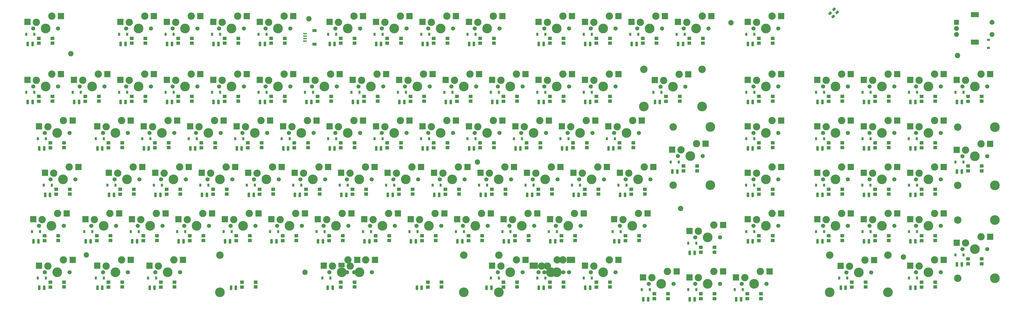
<source format=gbr>
%TF.GenerationSoftware,KiCad,Pcbnew,(6.0.4)*%
%TF.CreationDate,2022-05-25T22:55:25+02:00*%
%TF.ProjectId,pcb-rounded,7063622d-726f-4756-9e64-65642e6b6963,rev?*%
%TF.SameCoordinates,Original*%
%TF.FileFunction,Soldermask,Bot*%
%TF.FilePolarity,Negative*%
%FSLAX46Y46*%
G04 Gerber Fmt 4.6, Leading zero omitted, Abs format (unit mm)*
G04 Created by KiCad (PCBNEW (6.0.4)) date 2022-05-25 22:55:25*
%MOMM*%
%LPD*%
G01*
G04 APERTURE LIST*
G04 Aperture macros list*
%AMRoundRect*
0 Rectangle with rounded corners*
0 $1 Rounding radius*
0 $2 $3 $4 $5 $6 $7 $8 $9 X,Y pos of 4 corners*
0 Add a 4 corners polygon primitive as box body*
4,1,4,$2,$3,$4,$5,$6,$7,$8,$9,$2,$3,0*
0 Add four circle primitives for the rounded corners*
1,1,$1+$1,$2,$3*
1,1,$1+$1,$4,$5*
1,1,$1+$1,$6,$7*
1,1,$1+$1,$8,$9*
0 Add four rect primitives between the rounded corners*
20,1,$1+$1,$2,$3,$4,$5,0*
20,1,$1+$1,$4,$5,$6,$7,0*
20,1,$1+$1,$6,$7,$8,$9,0*
20,1,$1+$1,$8,$9,$2,$3,0*%
G04 Aperture macros list end*
%ADD10R,1.600000X1.400000*%
%ADD11R,1.600000X1.420000*%
%ADD12R,1.600000X1.380000*%
%ADD13C,1.701800*%
%ADD14C,3.987800*%
%ADD15C,3.000000*%
%ADD16C,0.600000*%
%ADD17R,2.550000X2.500000*%
%ADD18C,2.200000*%
%ADD19C,3.048000*%
%ADD20R,2.570500X1.878000*%
%ADD21R,3.500998X2.500000*%
%ADD22R,3.349250X2.500000*%
%ADD23R,2.000000X2.000000*%
%ADD24C,2.000000*%
%ADD25R,3.200000X2.000000*%
%ADD26R,0.900000X1.200000*%
%ADD27RoundRect,0.250000X0.250000X0.700000X-0.250000X0.700000X-0.250000X-0.700000X0.250000X-0.700000X0*%
%ADD28RoundRect,0.250000X0.503814X0.132583X0.132583X0.503814X-0.503814X-0.132583X-0.132583X-0.503814X0*%
%ADD29R,1.800000X1.200000*%
%ADD30R,1.550000X0.600000*%
%ADD31R,1.200000X0.900000*%
G04 APERTURE END LIST*
D10*
%TO.C,D150*%
X465556250Y-223547500D03*
D11*
X465556250Y-221557500D03*
D10*
X459956250Y-221557500D03*
D12*
X459956250Y-223557500D03*
%TD*%
D10*
%TO.C,D190*%
X132181250Y-280697500D03*
D11*
X132181250Y-278707500D03*
D10*
X126581250Y-278707500D03*
D12*
X126581250Y-280707500D03*
%TD*%
D10*
%TO.C,D180*%
X298868750Y-261647500D03*
D11*
X298868750Y-259657500D03*
D10*
X293268750Y-259657500D03*
D12*
X293268750Y-261657500D03*
%TD*%
D10*
%TO.C,D115*%
X103606250Y-204497500D03*
D11*
X103606250Y-202507500D03*
D10*
X98006250Y-202507500D03*
D12*
X98006250Y-204507500D03*
%TD*%
D10*
%TO.C,D119*%
X179806250Y-204497500D03*
D11*
X179806250Y-202507500D03*
D10*
X174206250Y-202507500D03*
D12*
X174206250Y-204507500D03*
%TD*%
D13*
%TO.C,MX13*%
X372586250Y-174625000D03*
D14*
X367506250Y-174625000D03*
D15*
X370046250Y-169545000D03*
D13*
X362426250Y-174625000D03*
D15*
X363696250Y-172085000D03*
D16*
X372856250Y-168650000D03*
X372856250Y-170450000D03*
X372856250Y-169550000D03*
X374756250Y-169550000D03*
X374756250Y-168650000D03*
X374756250Y-170450000D03*
D17*
X373796250Y-169545000D03*
D16*
X360906250Y-172950000D03*
X359126250Y-171030000D03*
X359126250Y-172830000D03*
X360906250Y-172050000D03*
X360906250Y-171150000D03*
D17*
X360066250Y-171965000D03*
D16*
X359126250Y-171930000D03*
%TD*%
D10*
%TO.C,D135*%
X132181250Y-223547500D03*
D11*
X132181250Y-221557500D03*
D10*
X126581250Y-221557500D03*
D12*
X126581250Y-223557500D03*
%TD*%
D10*
%TO.C,D162*%
X327443750Y-242597500D03*
D11*
X327443750Y-240607500D03*
D10*
X321843750Y-240607500D03*
D12*
X321843750Y-242607500D03*
%TD*%
D15*
%TO.C,MX11*%
X331946250Y-169545000D03*
D13*
X334486250Y-174625000D03*
X324326250Y-174625000D03*
D14*
X329406250Y-174625000D03*
D15*
X325596250Y-172085000D03*
D17*
X335696250Y-169545000D03*
D16*
X334756250Y-169550000D03*
X336656250Y-168650000D03*
X334756250Y-170450000D03*
X336656250Y-169550000D03*
X336656250Y-170450000D03*
X334756250Y-168650000D03*
D17*
X321966250Y-171965000D03*
D16*
X322806250Y-172950000D03*
X321026250Y-172830000D03*
X321026250Y-171930000D03*
X321026250Y-171030000D03*
X322806250Y-172050000D03*
X322806250Y-171150000D03*
%TD*%
D14*
%TO.C,MX43*%
X281781250Y-217487500D03*
D13*
X276701250Y-217487500D03*
D15*
X277971250Y-214947500D03*
D13*
X286861250Y-217487500D03*
D15*
X284321250Y-212407500D03*
D16*
X289031250Y-211512500D03*
D17*
X288071250Y-212407500D03*
D16*
X289031250Y-212412500D03*
X287131250Y-212412500D03*
X287131250Y-213312500D03*
X289031250Y-213312500D03*
X287131250Y-211512500D03*
X275181250Y-214012500D03*
X275181250Y-214912500D03*
X273401250Y-214792500D03*
X273401250Y-213892500D03*
X275181250Y-215812500D03*
D17*
X274341250Y-214827500D03*
D16*
X273401250Y-215692500D03*
%TD*%
D10*
%TO.C,D136*%
X151231250Y-223547500D03*
D11*
X151231250Y-221557500D03*
D10*
X145631250Y-221557500D03*
D12*
X145631250Y-223557500D03*
%TD*%
D10*
%TO.C,D144*%
X303631250Y-223547500D03*
D11*
X303631250Y-221557500D03*
D10*
X298031250Y-221557500D03*
D12*
X298031250Y-223557500D03*
%TD*%
D10*
%TO.C,D158*%
X251243750Y-242597500D03*
D11*
X251243750Y-240607500D03*
D10*
X245643750Y-240607500D03*
D12*
X245643750Y-242607500D03*
%TD*%
D15*
%TO.C,MX31*%
X446246250Y-193357500D03*
D14*
X443706250Y-198437500D03*
D13*
X438626250Y-198437500D03*
X448786250Y-198437500D03*
D15*
X439896250Y-195897500D03*
D16*
X450956250Y-192462500D03*
X449056250Y-194262500D03*
D17*
X449996250Y-193357500D03*
D16*
X449056250Y-193362500D03*
X450956250Y-193362500D03*
X450956250Y-194262500D03*
X449056250Y-192462500D03*
X437106250Y-194962500D03*
D17*
X436266250Y-195777500D03*
D16*
X437106250Y-196762500D03*
X437106250Y-195862500D03*
X435326250Y-195742500D03*
X435326250Y-196642500D03*
X435326250Y-194842500D03*
%TD*%
D10*
%TO.C,D197*%
X375068750Y-285460000D03*
D11*
X375068750Y-283470000D03*
D10*
X369468750Y-283470000D03*
D12*
X369468750Y-285470000D03*
%TD*%
D15*
%TO.C,MX20*%
X198596250Y-193357500D03*
D13*
X190976250Y-198437500D03*
D14*
X196056250Y-198437500D03*
D15*
X192246250Y-195897500D03*
D13*
X201136250Y-198437500D03*
D16*
X203306250Y-192462500D03*
X201406250Y-194262500D03*
X201406250Y-193362500D03*
X203306250Y-194262500D03*
D17*
X202346250Y-193357500D03*
D16*
X201406250Y-192462500D03*
X203306250Y-193362500D03*
X187676250Y-195742500D03*
X189456250Y-196762500D03*
X189456250Y-194962500D03*
X187676250Y-194842500D03*
D17*
X188616250Y-195777500D03*
D16*
X189456250Y-195862500D03*
X187676250Y-196642500D03*
%TD*%
D14*
%TO.C,MX54*%
X172243750Y-236537500D03*
D13*
X167163750Y-236537500D03*
D15*
X168433750Y-233997500D03*
X174783750Y-231457500D03*
D13*
X177323750Y-236537500D03*
D16*
X179493750Y-230562500D03*
X179493750Y-231462500D03*
X177593750Y-230562500D03*
X179493750Y-232362500D03*
X177593750Y-232362500D03*
D17*
X178533750Y-231457500D03*
D16*
X177593750Y-231462500D03*
X165643750Y-233962500D03*
D17*
X164803750Y-233877500D03*
D16*
X163863750Y-234742500D03*
X165643750Y-233062500D03*
X163863750Y-232942500D03*
X163863750Y-233842500D03*
X165643750Y-234862500D03*
%TD*%
D18*
%TO.C,H3*%
X361156250Y-248443750D03*
%TD*%
%TO.C,H9*%
X111125000Y-184943750D03*
%TD*%
D10*
%TO.C,D134*%
X108368750Y-223547500D03*
D11*
X108368750Y-221557500D03*
D10*
X102768750Y-221557500D03*
D12*
X102768750Y-223557500D03*
%TD*%
D13*
%TO.C,MX12*%
X343376250Y-174625000D03*
D15*
X344646250Y-172085000D03*
D14*
X348456250Y-174625000D03*
D15*
X350996250Y-169545000D03*
D13*
X353536250Y-174625000D03*
D16*
X353806250Y-168650000D03*
X355706250Y-170450000D03*
X353806250Y-170450000D03*
X353806250Y-169550000D03*
D17*
X354746250Y-169545000D03*
D16*
X355706250Y-169550000D03*
X355706250Y-168650000D03*
X340076250Y-171030000D03*
X340076250Y-171930000D03*
X340076250Y-172830000D03*
X341856250Y-172950000D03*
D17*
X341016250Y-171965000D03*
D16*
X341856250Y-171150000D03*
X341856250Y-172050000D03*
%TD*%
D14*
%TO.C,MX51*%
X107950000Y-236537500D03*
D13*
X113030000Y-236537500D03*
X102870000Y-236537500D03*
D15*
X104140000Y-233997500D03*
X110490000Y-231457500D03*
D17*
X114240000Y-231457500D03*
D16*
X113300000Y-230562500D03*
X115200000Y-231462500D03*
X115200000Y-230562500D03*
X113300000Y-231462500D03*
X113300000Y-232362500D03*
X115200000Y-232362500D03*
X99570000Y-233842500D03*
D17*
X100510000Y-233877500D03*
D16*
X101350000Y-234862500D03*
X101350000Y-233062500D03*
X101350000Y-233962500D03*
X99570000Y-234742500D03*
X99570000Y-232942500D03*
%TD*%
D10*
%TO.C,D138*%
X189331250Y-223547500D03*
D11*
X189331250Y-221557500D03*
D10*
X183731250Y-221557500D03*
D12*
X183731250Y-223557500D03*
%TD*%
D10*
%TO.C,D166*%
X427456250Y-242597500D03*
D11*
X427456250Y-240607500D03*
D10*
X421856250Y-240607500D03*
D12*
X421856250Y-242607500D03*
%TD*%
D18*
%TO.C,H8*%
X474662500Y-185737500D03*
%TD*%
D13*
%TO.C,MX77*%
X233838750Y-255587500D03*
D15*
X241458750Y-250507500D03*
D13*
X243998750Y-255587500D03*
D15*
X235108750Y-253047500D03*
D14*
X238918750Y-255587500D03*
D17*
X245208750Y-250507500D03*
D16*
X244268750Y-251412500D03*
X246168750Y-251412500D03*
X246168750Y-249612500D03*
X246168750Y-250512500D03*
X244268750Y-249612500D03*
X244268750Y-250512500D03*
X232318750Y-252112500D03*
X230538750Y-251992500D03*
X232318750Y-253912500D03*
X230538750Y-252892500D03*
X230538750Y-253792500D03*
D17*
X231478750Y-252927500D03*
D16*
X232318750Y-253012500D03*
%TD*%
D10*
%TO.C,D185*%
X427456250Y-261647500D03*
D11*
X427456250Y-259657500D03*
D10*
X421856250Y-259657500D03*
D12*
X421856250Y-261657500D03*
%TD*%
D10*
%TO.C,D107*%
X246481250Y-180685000D03*
D11*
X246481250Y-178695000D03*
D10*
X240881250Y-178695000D03*
D12*
X240881250Y-180695000D03*
%TD*%
D10*
%TO.C,D175*%
X203618750Y-261647500D03*
D11*
X203618750Y-259657500D03*
D10*
X198018750Y-259657500D03*
D12*
X198018750Y-261657500D03*
%TD*%
D10*
%TO.C,D170*%
X105987500Y-261647500D03*
D11*
X105987500Y-259657500D03*
D10*
X100387500Y-259657500D03*
D12*
X100387500Y-261657500D03*
%TD*%
D10*
%TO.C,D202*%
X186950000Y-280697500D03*
D11*
X186950000Y-278707500D03*
D10*
X181350000Y-278707500D03*
D12*
X181350000Y-280707500D03*
%TD*%
D10*
%TO.C,D146*%
X341731250Y-223547500D03*
D11*
X341731250Y-221557500D03*
D10*
X336131250Y-221557500D03*
D12*
X336131250Y-223557500D03*
%TD*%
D14*
%TO.C,MX79*%
X277018750Y-255587500D03*
D15*
X279558750Y-250507500D03*
X273208750Y-253047500D03*
D13*
X282098750Y-255587500D03*
X271938750Y-255587500D03*
D16*
X282368750Y-250512500D03*
X284268750Y-249612500D03*
D17*
X283308750Y-250507500D03*
D16*
X284268750Y-250512500D03*
X282368750Y-249612500D03*
X282368750Y-251412500D03*
X284268750Y-251412500D03*
X270418750Y-253912500D03*
X270418750Y-252112500D03*
X268638750Y-251992500D03*
X268638750Y-253792500D03*
D17*
X269578750Y-252927500D03*
D16*
X268638750Y-252892500D03*
X270418750Y-253012500D03*
%TD*%
D10*
%TO.C,D140*%
X227431250Y-223547500D03*
D11*
X227431250Y-221557500D03*
D10*
X221831250Y-221557500D03*
D12*
X221831250Y-223557500D03*
%TD*%
D15*
%TO.C,MX49*%
X446246250Y-212407500D03*
X439896250Y-214947500D03*
D13*
X448786250Y-217487500D03*
D14*
X443706250Y-217487500D03*
D13*
X438626250Y-217487500D03*
D16*
X450956250Y-213312500D03*
X449056250Y-213312500D03*
X450956250Y-212412500D03*
X450956250Y-211512500D03*
X449056250Y-211512500D03*
D17*
X449996250Y-212407500D03*
D16*
X449056250Y-212412500D03*
X435326250Y-213892500D03*
X437106250Y-214912500D03*
X437106250Y-214012500D03*
D17*
X436266250Y-214827500D03*
D16*
X437106250Y-215812500D03*
X435326250Y-214792500D03*
X435326250Y-215692500D03*
%TD*%
D15*
%TO.C,MX45*%
X322421250Y-212407500D03*
D14*
X319881250Y-217487500D03*
D15*
X316071250Y-214947500D03*
D13*
X314801250Y-217487500D03*
X324961250Y-217487500D03*
D16*
X325231250Y-213312500D03*
X327131250Y-213312500D03*
X325231250Y-212412500D03*
X327131250Y-212412500D03*
X325231250Y-211512500D03*
D17*
X326171250Y-212407500D03*
D16*
X327131250Y-211512500D03*
X313281250Y-214912500D03*
X313281250Y-215812500D03*
X311501250Y-214792500D03*
D17*
X312441250Y-214827500D03*
D16*
X311501250Y-215692500D03*
X313281250Y-214012500D03*
X311501250Y-213892500D03*
%TD*%
D10*
%TO.C,D188*%
X484606250Y-271172500D03*
D11*
X484606250Y-269182500D03*
D10*
X479006250Y-269182500D03*
D12*
X479006250Y-271182500D03*
%TD*%
D10*
%TO.C,D137*%
X170281250Y-223547500D03*
D11*
X170281250Y-221557500D03*
D10*
X164681250Y-221557500D03*
D12*
X164681250Y-223557500D03*
%TD*%
D13*
%TO.C,MX42*%
X267811250Y-217487500D03*
D15*
X265271250Y-212407500D03*
D13*
X257651250Y-217487500D03*
D14*
X262731250Y-217487500D03*
D15*
X258921250Y-214947500D03*
D17*
X269021250Y-212407500D03*
D16*
X269981250Y-211512500D03*
X268081250Y-213312500D03*
X268081250Y-212412500D03*
X269981250Y-212412500D03*
X269981250Y-213312500D03*
X268081250Y-211512500D03*
X254351250Y-213892500D03*
X254351250Y-215692500D03*
X256131250Y-215812500D03*
X256131250Y-214912500D03*
X256131250Y-214012500D03*
X254351250Y-214792500D03*
D17*
X255291250Y-214827500D03*
%TD*%
D10*
%TO.C,D193*%
X294106250Y-280697500D03*
D11*
X294106250Y-278707500D03*
D10*
X288506250Y-278707500D03*
D12*
X288506250Y-280707500D03*
%TD*%
D14*
%TO.C,MX10*%
X310356250Y-174625000D03*
D13*
X305276250Y-174625000D03*
X315436250Y-174625000D03*
D15*
X306546250Y-172085000D03*
X312896250Y-169545000D03*
D16*
X315706250Y-168650000D03*
X317606250Y-169550000D03*
X315706250Y-170450000D03*
X315706250Y-169550000D03*
D17*
X316646250Y-169545000D03*
D16*
X317606250Y-168650000D03*
X317606250Y-170450000D03*
X301976250Y-171930000D03*
X303756250Y-172050000D03*
X301976250Y-172830000D03*
X301976250Y-171030000D03*
X303756250Y-171150000D03*
X303756250Y-172950000D03*
D17*
X302916250Y-171965000D03*
%TD*%
D14*
%TO.C,MX92*%
X229537500Y-274637500D03*
D15*
X224790000Y-269557500D03*
D13*
X224457500Y-274637500D03*
D19*
X286687500Y-267652500D03*
D13*
X227330000Y-274637500D03*
D15*
X232077500Y-269557500D03*
D14*
X172250100Y-282892500D03*
D13*
X234617500Y-274637500D03*
X217170000Y-274637500D03*
D14*
X272249900Y-282892500D03*
D15*
X225727500Y-272097500D03*
D19*
X272249900Y-267652500D03*
X172250100Y-267652500D03*
D14*
X286687500Y-282892500D03*
D15*
X218440000Y-272097500D03*
D14*
X222250000Y-274637500D03*
D16*
X227600000Y-270462500D03*
X227600000Y-269562500D03*
X229500000Y-270462500D03*
X236787500Y-268662500D03*
D17*
X235827500Y-269557500D03*
D16*
X229500000Y-269562500D03*
X227600000Y-268662500D03*
X236787500Y-269562500D03*
X234887500Y-270462500D03*
X229500000Y-268662500D03*
X234887500Y-269562500D03*
X236787500Y-270462500D03*
D17*
X228540000Y-269557500D03*
D16*
X234887500Y-268662500D03*
X222937500Y-272062500D03*
X215650000Y-272062500D03*
X215650000Y-271162500D03*
D20*
X222107750Y-271666500D03*
D16*
X221157500Y-271942500D03*
X215650000Y-272962500D03*
X213870000Y-271042500D03*
X213870000Y-272842500D03*
X213870000Y-271942500D03*
X222937500Y-271162500D03*
X221157500Y-271042500D03*
D17*
X214810000Y-271977500D03*
%TD*%
D10*
%TO.C,D163*%
X346493750Y-242597500D03*
D11*
X346493750Y-240607500D03*
D10*
X340893750Y-240607500D03*
D12*
X340893750Y-242607500D03*
%TD*%
D10*
%TO.C,D139*%
X208381250Y-223547500D03*
D11*
X208381250Y-221557500D03*
D10*
X202781250Y-221557500D03*
D12*
X202781250Y-223557500D03*
%TD*%
D15*
%TO.C,MX9*%
X284321250Y-169545000D03*
D13*
X286861250Y-174625000D03*
D14*
X281781250Y-174625000D03*
D15*
X277971250Y-172085000D03*
D13*
X276701250Y-174625000D03*
D16*
X287131250Y-169550000D03*
D17*
X288071250Y-169545000D03*
D16*
X289031250Y-170450000D03*
X289031250Y-169550000D03*
X287131250Y-168650000D03*
X287131250Y-170450000D03*
X289031250Y-168650000D03*
X273401250Y-171930000D03*
X275181250Y-172050000D03*
X273401250Y-171030000D03*
D17*
X274341250Y-171965000D03*
D16*
X273401250Y-172830000D03*
X275181250Y-172950000D03*
X275181250Y-171150000D03*
%TD*%
D13*
%TO.C,MX18*%
X163036250Y-198437500D03*
D14*
X157956250Y-198437500D03*
D15*
X160496250Y-193357500D03*
X154146250Y-195897500D03*
D13*
X152876250Y-198437500D03*
D16*
X163306250Y-194262500D03*
X163306250Y-193362500D03*
X165206250Y-193362500D03*
X165206250Y-192462500D03*
D17*
X164246250Y-193357500D03*
D16*
X163306250Y-192462500D03*
X165206250Y-194262500D03*
X149576250Y-195742500D03*
X151356250Y-196762500D03*
D17*
X150516250Y-195777500D03*
D16*
X151356250Y-194962500D03*
X151356250Y-195862500D03*
X149576250Y-196642500D03*
X149576250Y-194842500D03*
%TD*%
D10*
%TO.C,D141*%
X246481250Y-223547500D03*
D11*
X246481250Y-221557500D03*
D10*
X240881250Y-221557500D03*
D12*
X240881250Y-223557500D03*
%TD*%
D10*
%TO.C,D148*%
X427456250Y-223547500D03*
D11*
X427456250Y-221557500D03*
D10*
X421856250Y-221557500D03*
D12*
X421856250Y-223557500D03*
%TD*%
D13*
%TO.C,MX15*%
X95726250Y-198437500D03*
D14*
X100806250Y-198437500D03*
D13*
X105886250Y-198437500D03*
D15*
X103346250Y-193357500D03*
X96996250Y-195897500D03*
D16*
X106156250Y-193362500D03*
X106156250Y-192462500D03*
X108056250Y-193362500D03*
X108056250Y-194262500D03*
X108056250Y-192462500D03*
D17*
X107096250Y-193357500D03*
D16*
X106156250Y-194262500D03*
X92426250Y-194842500D03*
D17*
X93366250Y-195777500D03*
D16*
X94206250Y-196762500D03*
X94206250Y-195862500D03*
X92426250Y-195742500D03*
X92426250Y-196642500D03*
X94206250Y-194962500D03*
%TD*%
D14*
%TO.C,MX5*%
X196056250Y-174625000D03*
D15*
X198596250Y-169545000D03*
D13*
X190976250Y-174625000D03*
D15*
X192246250Y-172085000D03*
D13*
X201136250Y-174625000D03*
D17*
X202346250Y-169545000D03*
D16*
X203306250Y-168650000D03*
X201406250Y-168650000D03*
X201406250Y-170450000D03*
X203306250Y-170450000D03*
X203306250Y-169550000D03*
X201406250Y-169550000D03*
X189456250Y-172950000D03*
D17*
X188616250Y-171965000D03*
D16*
X189456250Y-172050000D03*
X187676250Y-171030000D03*
X187676250Y-172830000D03*
X187676250Y-171930000D03*
X189456250Y-171150000D03*
%TD*%
D13*
%TO.C,MX21*%
X220186250Y-198437500D03*
D14*
X215106250Y-198437500D03*
D13*
X210026250Y-198437500D03*
D15*
X211296250Y-195897500D03*
X217646250Y-193357500D03*
D16*
X220456250Y-192462500D03*
X220456250Y-194262500D03*
X222356250Y-193362500D03*
X220456250Y-193362500D03*
X222356250Y-192462500D03*
X222356250Y-194262500D03*
D17*
X221396250Y-193357500D03*
X207666250Y-195777500D03*
D16*
X206726250Y-194842500D03*
X208506250Y-194962500D03*
X208506250Y-195862500D03*
X208506250Y-196762500D03*
X206726250Y-196642500D03*
X206726250Y-195742500D03*
%TD*%
D10*
%TO.C,D113*%
X370306250Y-180685000D03*
D11*
X370306250Y-178695000D03*
D10*
X364706250Y-178695000D03*
D12*
X364706250Y-180695000D03*
%TD*%
D10*
%TO.C,D109*%
X284581250Y-180685000D03*
D11*
X284581250Y-178695000D03*
D10*
X278981250Y-178695000D03*
D12*
X278981250Y-180695000D03*
%TD*%
D13*
%TO.C,MX84*%
X401161250Y-255587500D03*
X391001250Y-255587500D03*
D15*
X392271250Y-253047500D03*
X398621250Y-250507500D03*
D14*
X396081250Y-255587500D03*
D16*
X403331250Y-251412500D03*
D17*
X402371250Y-250507500D03*
D16*
X401431250Y-251412500D03*
X403331250Y-249612500D03*
X403331250Y-250512500D03*
X401431250Y-249612500D03*
X401431250Y-250512500D03*
X389481250Y-253912500D03*
X389481250Y-252112500D03*
X387701250Y-253792500D03*
X389481250Y-253012500D03*
D17*
X388641250Y-252927500D03*
D16*
X387701250Y-251992500D03*
X387701250Y-252892500D03*
%TD*%
D15*
%TO.C,MX44*%
X303371250Y-212407500D03*
D13*
X295751250Y-217487500D03*
D14*
X300831250Y-217487500D03*
D13*
X305911250Y-217487500D03*
D15*
X297021250Y-214947500D03*
D16*
X306181250Y-211512500D03*
X306181250Y-213312500D03*
D17*
X307121250Y-212407500D03*
D16*
X308081250Y-212412500D03*
X306181250Y-212412500D03*
X308081250Y-213312500D03*
X308081250Y-211512500D03*
X294231250Y-214912500D03*
X294231250Y-215812500D03*
X292451250Y-214792500D03*
X292451250Y-215692500D03*
X294231250Y-214012500D03*
X292451250Y-213892500D03*
D17*
X293391250Y-214827500D03*
%TD*%
D10*
%TO.C,D127*%
X332206250Y-204497500D03*
D11*
X332206250Y-202507500D03*
D10*
X326606250Y-202507500D03*
D12*
X326606250Y-204507500D03*
%TD*%
D10*
%TO.C,D167*%
X446506250Y-242597500D03*
D11*
X446506250Y-240607500D03*
D10*
X440906250Y-240607500D03*
D12*
X440906250Y-242607500D03*
%TD*%
D15*
%TO.C,MX47*%
X398621250Y-212407500D03*
D14*
X396081250Y-217487500D03*
D13*
X401161250Y-217487500D03*
D15*
X392271250Y-214947500D03*
D13*
X391001250Y-217487500D03*
D16*
X403331250Y-213312500D03*
X401431250Y-211512500D03*
X403331250Y-212412500D03*
X401431250Y-212412500D03*
D17*
X402371250Y-212407500D03*
D16*
X403331250Y-211512500D03*
X401431250Y-213312500D03*
D17*
X388641250Y-214827500D03*
D16*
X387701250Y-215692500D03*
X387701250Y-213892500D03*
X387701250Y-214792500D03*
X389481250Y-215812500D03*
X389481250Y-214912500D03*
X389481250Y-214012500D03*
%TD*%
D15*
%TO.C,MX32*%
X458946250Y-195897500D03*
D14*
X462756250Y-198437500D03*
D13*
X457676250Y-198437500D03*
X467836250Y-198437500D03*
D15*
X465296250Y-193357500D03*
D16*
X468106250Y-193362500D03*
X470006250Y-192462500D03*
X470006250Y-193362500D03*
X470006250Y-194262500D03*
X468106250Y-194262500D03*
X468106250Y-192462500D03*
D17*
X469046250Y-193357500D03*
D16*
X454376250Y-196642500D03*
X456156250Y-195862500D03*
D17*
X455316250Y-195777500D03*
D16*
X456156250Y-194962500D03*
X456156250Y-196762500D03*
X454376250Y-195742500D03*
X454376250Y-194842500D03*
%TD*%
D13*
%TO.C,MX91*%
X145732500Y-274637500D03*
X155892500Y-274637500D03*
D14*
X150812500Y-274637500D03*
D15*
X147002500Y-272097500D03*
X153352500Y-269557500D03*
D16*
X158062500Y-268662500D03*
X156162500Y-268662500D03*
X156162500Y-269562500D03*
X156162500Y-270462500D03*
X158062500Y-270462500D03*
X158062500Y-269562500D03*
D17*
X157102500Y-269557500D03*
D16*
X144212500Y-272962500D03*
X142432500Y-272842500D03*
X144212500Y-271162500D03*
X142432500Y-271942500D03*
D17*
X143372500Y-271977500D03*
D16*
X142432500Y-271042500D03*
X144212500Y-272062500D03*
%TD*%
D13*
%TO.C,MX36*%
X153511250Y-217487500D03*
D14*
X148431250Y-217487500D03*
D15*
X144621250Y-214947500D03*
D13*
X143351250Y-217487500D03*
D15*
X150971250Y-212407500D03*
D17*
X154721250Y-212407500D03*
D16*
X155681250Y-212412500D03*
X153781250Y-213312500D03*
X153781250Y-211512500D03*
X155681250Y-211512500D03*
X155681250Y-213312500D03*
X153781250Y-212412500D03*
X141831250Y-215812500D03*
X141831250Y-214912500D03*
X140051250Y-214792500D03*
X141831250Y-214012500D03*
X140051250Y-213892500D03*
X140051250Y-215692500D03*
D17*
X140991250Y-214827500D03*
%TD*%
D10*
%TO.C,D183*%
X375068750Y-266410000D03*
D11*
X375068750Y-264420000D03*
D10*
X369468750Y-264420000D03*
D12*
X369468750Y-266420000D03*
%TD*%
D10*
%TO.C,D130*%
X427456250Y-204497500D03*
D11*
X427456250Y-202507500D03*
D10*
X421856250Y-202507500D03*
D12*
X421856250Y-204507500D03*
%TD*%
D15*
%TO.C,MX71*%
X127158750Y-250507500D03*
D14*
X124618750Y-255587500D03*
D15*
X120808750Y-253047500D03*
D13*
X119538750Y-255587500D03*
X129698750Y-255587500D03*
D16*
X129968750Y-250512500D03*
X129968750Y-249612500D03*
X129968750Y-251412500D03*
X131868750Y-251412500D03*
X131868750Y-250512500D03*
D17*
X130908750Y-250507500D03*
D16*
X131868750Y-249612500D03*
X116238750Y-251992500D03*
X118018750Y-253012500D03*
X116238750Y-252892500D03*
X118018750Y-252112500D03*
D17*
X117178750Y-252927500D03*
D16*
X116238750Y-253792500D03*
X118018750Y-253912500D03*
%TD*%
D10*
%TO.C,D116*%
X122656250Y-204497500D03*
D11*
X122656250Y-202507500D03*
D10*
X117056250Y-202507500D03*
D12*
X117056250Y-204507500D03*
%TD*%
D10*
%TO.C,D168*%
X465556250Y-242597500D03*
D11*
X465556250Y-240607500D03*
D10*
X459956250Y-240607500D03*
D12*
X459956250Y-242607500D03*
%TD*%
D10*
%TO.C,D176*%
X222668750Y-261647500D03*
D11*
X222668750Y-259657500D03*
D10*
X217068750Y-259657500D03*
D12*
X217068750Y-261657500D03*
%TD*%
D10*
%TO.C,D110*%
X313156250Y-180685000D03*
D11*
X313156250Y-178695000D03*
D10*
X307556250Y-178695000D03*
D12*
X307556250Y-180695000D03*
%TD*%
D13*
%TO.C,MX80*%
X301148750Y-255587500D03*
D15*
X298608750Y-250507500D03*
X292258750Y-253047500D03*
D14*
X296068750Y-255587500D03*
D13*
X290988750Y-255587500D03*
D16*
X301418750Y-250512500D03*
X303318750Y-250512500D03*
D17*
X302358750Y-250507500D03*
D16*
X303318750Y-249612500D03*
X301418750Y-251412500D03*
X303318750Y-251412500D03*
X301418750Y-249612500D03*
X289468750Y-252112500D03*
X287688750Y-252892500D03*
X289468750Y-253912500D03*
D17*
X288628750Y-252927500D03*
D16*
X287688750Y-253792500D03*
X289468750Y-253012500D03*
X287688750Y-251992500D03*
%TD*%
D10*
%TO.C,D128*%
X360781250Y-204497500D03*
D11*
X360781250Y-202507500D03*
D10*
X355181250Y-202507500D03*
D12*
X355181250Y-204507500D03*
%TD*%
D10*
%TO.C,D118*%
X160756250Y-204497500D03*
D11*
X160756250Y-202507500D03*
D10*
X155156250Y-202507500D03*
D12*
X155156250Y-204507500D03*
%TD*%
D14*
%TO.C,MX89*%
X105568750Y-274637500D03*
D15*
X108108750Y-269557500D03*
D13*
X100488750Y-274637500D03*
D15*
X101758750Y-272097500D03*
D13*
X110648750Y-274637500D03*
D16*
X110918750Y-270462500D03*
X112818750Y-270462500D03*
X112818750Y-269562500D03*
X110918750Y-268662500D03*
D17*
X111858750Y-269557500D03*
D16*
X112818750Y-268662500D03*
X110918750Y-269562500D03*
X98968750Y-272962500D03*
X97188750Y-271942500D03*
X98968750Y-272062500D03*
X97188750Y-271042500D03*
D17*
X98128750Y-271977500D03*
D16*
X97188750Y-272842500D03*
X98968750Y-271162500D03*
%TD*%
D13*
%TO.C,MX66*%
X429736250Y-236537500D03*
D15*
X427196250Y-231457500D03*
D14*
X424656250Y-236537500D03*
D15*
X420846250Y-233997500D03*
D13*
X419576250Y-236537500D03*
D16*
X431906250Y-231462500D03*
X430006250Y-232362500D03*
X430006250Y-231462500D03*
D17*
X430946250Y-231457500D03*
D16*
X430006250Y-230562500D03*
X431906250Y-230562500D03*
X431906250Y-232362500D03*
X418056250Y-234862500D03*
X418056250Y-233962500D03*
D17*
X417216250Y-233877500D03*
D16*
X418056250Y-233062500D03*
X416276250Y-233842500D03*
X416276250Y-232942500D03*
X416276250Y-234742500D03*
%TD*%
D10*
%TO.C,D186*%
X446506250Y-261647500D03*
D11*
X446506250Y-259657500D03*
D10*
X440906250Y-259657500D03*
D12*
X440906250Y-261657500D03*
%TD*%
D13*
%TO.C,MX3*%
X163036250Y-174625000D03*
D15*
X160496250Y-169545000D03*
D14*
X157956250Y-174625000D03*
D15*
X154146250Y-172085000D03*
D13*
X152876250Y-174625000D03*
D16*
X165206250Y-170450000D03*
X165206250Y-168650000D03*
X165206250Y-169550000D03*
X163306250Y-168650000D03*
D17*
X164246250Y-169545000D03*
D16*
X163306250Y-169550000D03*
X163306250Y-170450000D03*
D17*
X150516250Y-171965000D03*
D16*
X151356250Y-172050000D03*
X149576250Y-172830000D03*
X149576250Y-171930000D03*
X151356250Y-172950000D03*
X151356250Y-171150000D03*
X149576250Y-171030000D03*
%TD*%
D10*
%TO.C,D171*%
X127418750Y-261647500D03*
D11*
X127418750Y-259657500D03*
D10*
X121818750Y-259657500D03*
D12*
X121818750Y-261657500D03*
%TD*%
D14*
%TO.C,MX61*%
X305593750Y-236537500D03*
D15*
X308133750Y-231457500D03*
D13*
X310673750Y-236537500D03*
D15*
X301783750Y-233997500D03*
D13*
X300513750Y-236537500D03*
D16*
X310943750Y-230562500D03*
X312843750Y-231462500D03*
D17*
X311883750Y-231457500D03*
D16*
X312843750Y-232362500D03*
X310943750Y-232362500D03*
X312843750Y-230562500D03*
X310943750Y-231462500D03*
X297213750Y-234742500D03*
X298993750Y-233062500D03*
X298993750Y-234862500D03*
X297213750Y-232942500D03*
X297213750Y-233842500D03*
D17*
X298153750Y-233877500D03*
D16*
X298993750Y-233962500D03*
%TD*%
D13*
%TO.C,MX100*%
X457676250Y-274637500D03*
D15*
X458946250Y-272097500D03*
X465296250Y-269557500D03*
D14*
X462756250Y-274637500D03*
D13*
X467836250Y-274637500D03*
D17*
X469046250Y-269557500D03*
D16*
X468106250Y-269562500D03*
X470006250Y-269562500D03*
X468106250Y-270462500D03*
X470006250Y-270462500D03*
X468106250Y-268662500D03*
X470006250Y-268662500D03*
D17*
X455316250Y-271977500D03*
D16*
X454376250Y-271042500D03*
X456156250Y-272962500D03*
X456156250Y-272062500D03*
X454376250Y-271942500D03*
X456156250Y-271162500D03*
X454376250Y-272842500D03*
%TD*%
D10*
%TO.C,D105*%
X198856250Y-180685000D03*
D11*
X198856250Y-178695000D03*
D10*
X193256250Y-178695000D03*
D12*
X193256250Y-180695000D03*
%TD*%
D14*
%TO.C,MX86*%
X443706250Y-255587500D03*
D15*
X439896250Y-253047500D03*
D13*
X448786250Y-255587500D03*
D15*
X446246250Y-250507500D03*
D13*
X438626250Y-255587500D03*
D16*
X450956250Y-251412500D03*
X449056250Y-251412500D03*
X449056250Y-249612500D03*
X450956250Y-250512500D03*
D17*
X449996250Y-250507500D03*
D16*
X449056250Y-250512500D03*
X450956250Y-249612500D03*
X435326250Y-251992500D03*
X435326250Y-252892500D03*
X435326250Y-253792500D03*
D17*
X436266250Y-252927500D03*
D16*
X437106250Y-253912500D03*
X437106250Y-252112500D03*
X437106250Y-253012500D03*
%TD*%
D13*
%TO.C,MX39*%
X210661250Y-217487500D03*
X200501250Y-217487500D03*
D14*
X205581250Y-217487500D03*
D15*
X208121250Y-212407500D03*
X201771250Y-214947500D03*
D16*
X212831250Y-211512500D03*
X212831250Y-213312500D03*
X210931250Y-211512500D03*
X210931250Y-212412500D03*
X212831250Y-212412500D03*
X210931250Y-213312500D03*
D17*
X211871250Y-212407500D03*
D16*
X197201250Y-214792500D03*
D17*
X198141250Y-214827500D03*
D16*
X197201250Y-215692500D03*
X198981250Y-214912500D03*
X198981250Y-215812500D03*
X197201250Y-213892500D03*
X198981250Y-214012500D03*
%TD*%
D10*
%TO.C,D192*%
X227431250Y-280697500D03*
D11*
X227431250Y-278707500D03*
D10*
X221831250Y-278707500D03*
D12*
X221831250Y-280707500D03*
%TD*%
D14*
%TO.C,MX87*%
X462756250Y-255587500D03*
D13*
X457676250Y-255587500D03*
X467836250Y-255587500D03*
D15*
X465296250Y-250507500D03*
X458946250Y-253047500D03*
D17*
X469046250Y-250507500D03*
D16*
X468106250Y-251412500D03*
X468106250Y-250512500D03*
X468106250Y-249612500D03*
X470006250Y-251412500D03*
X470006250Y-249612500D03*
X470006250Y-250512500D03*
X456156250Y-252112500D03*
X456156250Y-253012500D03*
X456156250Y-253912500D03*
X454376250Y-252892500D03*
X454376250Y-251992500D03*
X454376250Y-253792500D03*
D17*
X455316250Y-252927500D03*
%TD*%
D13*
%TO.C,MX83*%
X367188750Y-260350000D03*
D14*
X372268750Y-260350000D03*
D13*
X377348750Y-260350000D03*
D15*
X368458750Y-257810000D03*
X374808750Y-255270000D03*
D16*
X379518750Y-255275000D03*
X379518750Y-256175000D03*
D17*
X378558750Y-255270000D03*
D16*
X377618750Y-255275000D03*
X377618750Y-254375000D03*
X379518750Y-254375000D03*
X377618750Y-256175000D03*
X363888750Y-258555000D03*
D17*
X364828750Y-257690000D03*
D16*
X365668750Y-256875000D03*
X365668750Y-258675000D03*
X363888750Y-256755000D03*
X365668750Y-257775000D03*
X363888750Y-257655000D03*
%TD*%
D15*
%TO.C,MX78*%
X254158750Y-253047500D03*
D13*
X252888750Y-255587500D03*
D14*
X257968750Y-255587500D03*
D13*
X263048750Y-255587500D03*
D15*
X260508750Y-250507500D03*
D16*
X265218750Y-249612500D03*
X263318750Y-250512500D03*
X265218750Y-250512500D03*
X263318750Y-251412500D03*
X265218750Y-251412500D03*
X263318750Y-249612500D03*
D17*
X264258750Y-250507500D03*
D16*
X251368750Y-253912500D03*
X251368750Y-252112500D03*
X249588750Y-251992500D03*
X249588750Y-252892500D03*
X251368750Y-253012500D03*
D17*
X250528750Y-252927500D03*
D16*
X249588750Y-253792500D03*
%TD*%
D10*
%TO.C,D120*%
X198856250Y-204497500D03*
D11*
X198856250Y-202507500D03*
D10*
X193256250Y-202507500D03*
D12*
X193256250Y-204507500D03*
%TD*%
D18*
%TO.C,H5*%
X277812500Y-229393750D03*
%TD*%
D10*
%TO.C,D122*%
X236956250Y-204497500D03*
D11*
X236956250Y-202507500D03*
D10*
X231356250Y-202507500D03*
D12*
X231356250Y-204507500D03*
%TD*%
D15*
%TO.C,MX40*%
X220821250Y-214947500D03*
D14*
X224631250Y-217487500D03*
D13*
X219551250Y-217487500D03*
D15*
X227171250Y-212407500D03*
D13*
X229711250Y-217487500D03*
D16*
X229981250Y-212412500D03*
X231881250Y-212412500D03*
X229981250Y-213312500D03*
D17*
X230921250Y-212407500D03*
D16*
X229981250Y-211512500D03*
X231881250Y-211512500D03*
X231881250Y-213312500D03*
X218031250Y-215812500D03*
X216251250Y-213892500D03*
X218031250Y-214912500D03*
X216251250Y-215692500D03*
X218031250Y-214012500D03*
D17*
X217191250Y-214827500D03*
D16*
X216251250Y-214792500D03*
%TD*%
D10*
%TO.C,D129*%
X398881250Y-204497500D03*
D11*
X398881250Y-202507500D03*
D10*
X393281250Y-202507500D03*
D12*
X393281250Y-204507500D03*
%TD*%
D10*
%TO.C,D155*%
X194093750Y-242597500D03*
D11*
X194093750Y-240607500D03*
D10*
X188493750Y-240607500D03*
D12*
X188493750Y-242607500D03*
%TD*%
D13*
%TO.C,MX81*%
X310038750Y-255587500D03*
D15*
X311308750Y-253047500D03*
X317658750Y-250507500D03*
D13*
X320198750Y-255587500D03*
D14*
X315118750Y-255587500D03*
D16*
X320468750Y-251412500D03*
X322368750Y-249612500D03*
X322368750Y-250512500D03*
X320468750Y-250512500D03*
D17*
X321408750Y-250507500D03*
D16*
X322368750Y-251412500D03*
X320468750Y-249612500D03*
D17*
X307678750Y-252927500D03*
D16*
X306738750Y-251992500D03*
X308518750Y-253012500D03*
X306738750Y-252892500D03*
X308518750Y-253912500D03*
X306738750Y-253792500D03*
X308518750Y-252112500D03*
%TD*%
D10*
%TO.C,D103*%
X160756250Y-180685000D03*
D11*
X160756250Y-178695000D03*
D10*
X155156250Y-178695000D03*
D12*
X155156250Y-180695000D03*
%TD*%
D13*
%TO.C,MX25*%
X296386250Y-198437500D03*
D15*
X293846250Y-193357500D03*
D13*
X286226250Y-198437500D03*
D14*
X291306250Y-198437500D03*
D15*
X287496250Y-195897500D03*
D16*
X296656250Y-192462500D03*
X298556250Y-194262500D03*
X298556250Y-192462500D03*
X298556250Y-193362500D03*
X296656250Y-193362500D03*
D17*
X297596250Y-193357500D03*
D16*
X296656250Y-194262500D03*
X282926250Y-195742500D03*
X284706250Y-194962500D03*
D17*
X283866250Y-195777500D03*
D16*
X282926250Y-196642500D03*
X284706250Y-195862500D03*
X284706250Y-196762500D03*
X282926250Y-194842500D03*
%TD*%
D10*
%TO.C,D106*%
X227431250Y-180685000D03*
D11*
X227431250Y-178695000D03*
D10*
X221831250Y-178695000D03*
D12*
X221831250Y-180695000D03*
%TD*%
D15*
%TO.C,MX52*%
X130333750Y-233997500D03*
X136683750Y-231457500D03*
D13*
X139223750Y-236537500D03*
D14*
X134143750Y-236537500D03*
D13*
X129063750Y-236537500D03*
D16*
X139493750Y-231462500D03*
X141393750Y-232362500D03*
X139493750Y-232362500D03*
D17*
X140433750Y-231457500D03*
D16*
X141393750Y-231462500D03*
X141393750Y-230562500D03*
X139493750Y-230562500D03*
X125763750Y-233842500D03*
X127543750Y-233062500D03*
X125763750Y-232942500D03*
D17*
X126703750Y-233877500D03*
D16*
X125763750Y-234742500D03*
X127543750Y-233962500D03*
X127543750Y-234862500D03*
%TD*%
D10*
%TO.C,D181*%
X317918750Y-261647500D03*
D11*
X317918750Y-259657500D03*
D10*
X312318750Y-259657500D03*
D12*
X312318750Y-261657500D03*
%TD*%
D10*
%TO.C,D184*%
X398881250Y-261647500D03*
D11*
X398881250Y-259657500D03*
D10*
X393281250Y-259657500D03*
D12*
X393281250Y-261657500D03*
%TD*%
D10*
%TO.C,D114*%
X398881250Y-180685000D03*
D11*
X398881250Y-178695000D03*
D10*
X393281250Y-178695000D03*
D12*
X393281250Y-180695000D03*
%TD*%
D14*
%TO.C,MX28*%
X369919250Y-206692500D03*
D13*
X352901250Y-198503639D03*
D15*
X354171250Y-195963639D03*
X360521250Y-193423639D03*
D14*
X357981250Y-198503639D03*
D13*
X363061250Y-198503639D03*
D14*
X346043250Y-206692500D03*
D19*
X346043250Y-191452500D03*
X369919250Y-191452500D03*
D17*
X364271250Y-193423639D03*
D16*
X365231250Y-193428639D03*
X365231250Y-194328639D03*
X365231250Y-192528639D03*
X363331250Y-193428639D03*
X363331250Y-194328639D03*
X363331250Y-192528639D03*
X351381250Y-196828639D03*
X349601250Y-195808639D03*
X349601250Y-196708639D03*
X351381250Y-195928639D03*
X349601250Y-194908639D03*
D17*
X350541250Y-195843639D03*
D16*
X351381250Y-195028639D03*
%TD*%
D13*
%TO.C,MX97*%
X367188750Y-279400000D03*
D14*
X372268750Y-279400000D03*
D15*
X374808750Y-274320000D03*
X368458750Y-276860000D03*
D13*
X377348750Y-279400000D03*
D16*
X377618750Y-273425000D03*
X377618750Y-275225000D03*
D17*
X378558750Y-274320000D03*
D16*
X379518750Y-275225000D03*
X377618750Y-274325000D03*
X379518750Y-274325000D03*
X379518750Y-273425000D03*
X363888750Y-275805000D03*
X363888750Y-277605000D03*
X365668750Y-276825000D03*
D17*
X364828750Y-276740000D03*
D16*
X365668750Y-275925000D03*
X363888750Y-276705000D03*
X365668750Y-277725000D03*
%TD*%
D18*
%TO.C,H4*%
X208756250Y-170656250D03*
%TD*%
D13*
%TO.C,MX63*%
X338613750Y-236537500D03*
D14*
X343693750Y-236537500D03*
D13*
X348773750Y-236537500D03*
D15*
X339883750Y-233997500D03*
X346233750Y-231457500D03*
D17*
X349983750Y-231457500D03*
D16*
X349043750Y-230562500D03*
X349043750Y-231462500D03*
X349043750Y-232362500D03*
X350943750Y-232362500D03*
X350943750Y-230562500D03*
X350943750Y-231462500D03*
X335313750Y-232942500D03*
D17*
X336253750Y-233877500D03*
D16*
X337093750Y-233062500D03*
X337093750Y-234862500D03*
X335313750Y-234742500D03*
X335313750Y-233842500D03*
X337093750Y-233962500D03*
%TD*%
D10*
%TO.C,D156*%
X213143750Y-242597500D03*
D11*
X213143750Y-240607500D03*
D10*
X207543750Y-240607500D03*
D12*
X207543750Y-242607500D03*
%TD*%
D15*
%TO.C,MX16*%
X122396250Y-193357500D03*
D13*
X114776250Y-198437500D03*
X124936250Y-198437500D03*
D15*
X116046250Y-195897500D03*
D14*
X119856250Y-198437500D03*
D16*
X127106250Y-193362500D03*
X125206250Y-192462500D03*
D17*
X126146250Y-193357500D03*
D16*
X125206250Y-193362500D03*
X125206250Y-194262500D03*
X127106250Y-194262500D03*
X127106250Y-192462500D03*
X111476250Y-195742500D03*
X113256250Y-195862500D03*
X111476250Y-196642500D03*
X113256250Y-196762500D03*
X111476250Y-194842500D03*
X113256250Y-194962500D03*
D17*
X112416250Y-195777500D03*
%TD*%
D10*
%TO.C,D159*%
X270293750Y-242597500D03*
D11*
X270293750Y-240607500D03*
D10*
X264693750Y-240607500D03*
D12*
X264693750Y-242607500D03*
%TD*%
D15*
%TO.C,MX76*%
X222408750Y-250507500D03*
D14*
X219868750Y-255587500D03*
D13*
X214788750Y-255587500D03*
D15*
X216058750Y-253047500D03*
D13*
X224948750Y-255587500D03*
D16*
X227118750Y-251412500D03*
D17*
X226158750Y-250507500D03*
D16*
X225218750Y-250512500D03*
X227118750Y-250512500D03*
X225218750Y-249612500D03*
X225218750Y-251412500D03*
X227118750Y-249612500D03*
X213268750Y-253012500D03*
X211488750Y-252892500D03*
X211488750Y-253792500D03*
X213268750Y-252112500D03*
D17*
X212428750Y-252927500D03*
D16*
X211488750Y-251992500D03*
X213268750Y-253912500D03*
%TD*%
D15*
%TO.C,MX14*%
X392271250Y-172085000D03*
D13*
X391001250Y-174625000D03*
X401161250Y-174625000D03*
D14*
X396081250Y-174625000D03*
D15*
X398621250Y-169545000D03*
D16*
X403331250Y-170450000D03*
X401431250Y-168650000D03*
X401431250Y-170450000D03*
X401431250Y-169550000D03*
X403331250Y-168650000D03*
X403331250Y-169550000D03*
D17*
X402371250Y-169545000D03*
D16*
X389481250Y-172950000D03*
X389481250Y-171150000D03*
X387701250Y-171030000D03*
X389481250Y-172050000D03*
D17*
X388641250Y-171965000D03*
D16*
X387701250Y-172830000D03*
X387701250Y-171930000D03*
%TD*%
D13*
%TO.C,MX65*%
X391001250Y-236537500D03*
D15*
X392271250Y-233997500D03*
D13*
X401161250Y-236537500D03*
D14*
X396081250Y-236537500D03*
D15*
X398621250Y-231457500D03*
D16*
X401431250Y-230562500D03*
X403331250Y-230562500D03*
X401431250Y-231462500D03*
X401431250Y-232362500D03*
D17*
X402371250Y-231457500D03*
D16*
X403331250Y-232362500D03*
X403331250Y-231462500D03*
X387701250Y-232942500D03*
X389481250Y-233062500D03*
X387701250Y-233842500D03*
X389481250Y-233962500D03*
X387701250Y-234742500D03*
X389481250Y-234862500D03*
D17*
X388641250Y-233877500D03*
%TD*%
D14*
%TO.C,MX75*%
X200818750Y-255587500D03*
D13*
X205898750Y-255587500D03*
D15*
X203358750Y-250507500D03*
D13*
X195738750Y-255587500D03*
D15*
X197008750Y-253047500D03*
D16*
X206168750Y-249612500D03*
X208068750Y-249612500D03*
X206168750Y-250512500D03*
X208068750Y-250512500D03*
X206168750Y-251412500D03*
D17*
X207108750Y-250507500D03*
D16*
X208068750Y-251412500D03*
X194218750Y-252112500D03*
X194218750Y-253012500D03*
X192438750Y-251992500D03*
X192438750Y-253792500D03*
X192438750Y-252892500D03*
X194218750Y-253912500D03*
D17*
X193378750Y-252927500D03*
%TD*%
D10*
%TO.C,D172*%
X146468750Y-261647500D03*
D11*
X146468750Y-259657500D03*
D10*
X140868750Y-259657500D03*
D12*
X140868750Y-261657500D03*
%TD*%
D18*
%TO.C,H7*%
X381793750Y-172243750D03*
%TD*%
D10*
%TO.C,D117*%
X141706250Y-204497500D03*
D11*
X141706250Y-202507500D03*
D10*
X136106250Y-202507500D03*
D12*
X136106250Y-204507500D03*
%TD*%
D10*
%TO.C,D173*%
X165518750Y-261647500D03*
D11*
X165518750Y-259657500D03*
D10*
X159918750Y-259657500D03*
D12*
X159918750Y-261657500D03*
%TD*%
D10*
%TO.C,D178*%
X260768750Y-261647500D03*
D11*
X260768750Y-259657500D03*
D10*
X255168750Y-259657500D03*
D12*
X255168750Y-261657500D03*
%TD*%
D13*
%TO.C,MX50*%
X457676250Y-217487500D03*
D15*
X458946250Y-214947500D03*
D13*
X467836250Y-217487500D03*
D14*
X462756250Y-217487500D03*
D15*
X465296250Y-212407500D03*
D16*
X468106250Y-211512500D03*
X468106250Y-212412500D03*
D17*
X469046250Y-212407500D03*
D16*
X470006250Y-211512500D03*
X470006250Y-212412500D03*
X470006250Y-213312500D03*
X468106250Y-213312500D03*
X456156250Y-214912500D03*
X454376250Y-214792500D03*
X456156250Y-215812500D03*
X454376250Y-215692500D03*
D17*
X455316250Y-214827500D03*
D16*
X454376250Y-213892500D03*
X456156250Y-214012500D03*
%TD*%
D14*
%TO.C,MX70*%
X103187500Y-255587500D03*
D15*
X99377500Y-253047500D03*
D13*
X98107500Y-255587500D03*
D15*
X105727500Y-250507500D03*
D13*
X108267500Y-255587500D03*
D16*
X110437500Y-250512500D03*
X108537500Y-251412500D03*
X110437500Y-251412500D03*
X110437500Y-249612500D03*
D17*
X109477500Y-250507500D03*
D16*
X108537500Y-249612500D03*
X108537500Y-250512500D03*
X96587500Y-252112500D03*
D17*
X95747500Y-252927500D03*
D16*
X96587500Y-253912500D03*
X94807500Y-252892500D03*
X94807500Y-253792500D03*
X96587500Y-253012500D03*
X94807500Y-251992500D03*
%TD*%
D10*
%TO.C,D199*%
X436981250Y-280697500D03*
D11*
X436981250Y-278707500D03*
D10*
X431381250Y-278707500D03*
D12*
X431381250Y-280707500D03*
%TD*%
D10*
%TO.C,D143*%
X284581250Y-223547500D03*
D11*
X284581250Y-221557500D03*
D10*
X278981250Y-221557500D03*
D12*
X278981250Y-223557500D03*
%TD*%
D10*
%TO.C,D182*%
X344112500Y-261647500D03*
D11*
X344112500Y-259657500D03*
D10*
X338512500Y-259657500D03*
D12*
X338512500Y-261657500D03*
%TD*%
D15*
%TO.C,MX33*%
X484346250Y-193357500D03*
D13*
X486886250Y-198437500D03*
X476726250Y-198437500D03*
D14*
X481806250Y-198437500D03*
D15*
X477996250Y-195897500D03*
D16*
X487156250Y-194262500D03*
X487156250Y-192462500D03*
X487156250Y-193362500D03*
D17*
X488096250Y-193357500D03*
D16*
X489056250Y-193362500D03*
X489056250Y-194262500D03*
X489056250Y-192462500D03*
X475206250Y-194962500D03*
X473426250Y-195742500D03*
X473426250Y-196642500D03*
X475206250Y-196762500D03*
X475206250Y-195862500D03*
X473426250Y-194842500D03*
D17*
X474366250Y-195777500D03*
%TD*%
D10*
%TO.C,D157*%
X232193750Y-242597500D03*
D11*
X232193750Y-240607500D03*
D10*
X226593750Y-240607500D03*
D12*
X226593750Y-242607500D03*
%TD*%
D15*
%TO.C,MX72*%
X139858750Y-253047500D03*
D13*
X138588750Y-255587500D03*
D15*
X146208750Y-250507500D03*
D13*
X148748750Y-255587500D03*
D14*
X143668750Y-255587500D03*
D17*
X149958750Y-250507500D03*
D16*
X149018750Y-251412500D03*
X149018750Y-250512500D03*
X150918750Y-250512500D03*
X150918750Y-249612500D03*
X150918750Y-251412500D03*
X149018750Y-249612500D03*
X137068750Y-253012500D03*
X137068750Y-252112500D03*
X135288750Y-251992500D03*
X135288750Y-252892500D03*
D17*
X136228750Y-252927500D03*
D16*
X135288750Y-253792500D03*
X137068750Y-253912500D03*
%TD*%
D15*
%TO.C,MX94*%
X310515000Y-269557500D03*
X304165000Y-272097500D03*
D14*
X307975000Y-274637500D03*
D13*
X313055000Y-274637500D03*
D14*
X310356250Y-274637500D03*
D15*
X306546250Y-272097500D03*
D13*
X305276250Y-274637500D03*
X315436250Y-274637500D03*
X302895000Y-274637500D03*
D15*
X312896250Y-269557500D03*
D16*
X317606250Y-268662500D03*
X315706250Y-268662500D03*
X317606250Y-270462500D03*
X317606250Y-269562500D03*
X315706250Y-269562500D03*
X315706250Y-270462500D03*
D21*
X316170749Y-269557500D03*
D16*
X301375000Y-271977500D03*
X299595000Y-271042500D03*
D22*
X300934625Y-271977500D03*
D16*
X301375000Y-271042500D03*
X299595000Y-271942500D03*
X301375000Y-272842500D03*
X299595000Y-272842500D03*
%TD*%
D13*
%TO.C,MX74*%
X186848750Y-255587500D03*
X176688750Y-255587500D03*
D15*
X177958750Y-253047500D03*
X184308750Y-250507500D03*
D14*
X181768750Y-255587500D03*
D16*
X187118750Y-250512500D03*
X189018750Y-250512500D03*
X189018750Y-249612500D03*
X187118750Y-251412500D03*
X187118750Y-249612500D03*
D17*
X188058750Y-250507500D03*
D16*
X189018750Y-251412500D03*
X173388750Y-252892500D03*
X175168750Y-253912500D03*
X173388750Y-251992500D03*
X175168750Y-253012500D03*
D17*
X174328750Y-252927500D03*
D16*
X175168750Y-252112500D03*
X173388750Y-253792500D03*
%TD*%
D10*
%TO.C,D196*%
X356018750Y-285460000D03*
D11*
X356018750Y-283470000D03*
D10*
X350418750Y-283470000D03*
D12*
X350418750Y-285470000D03*
%TD*%
D18*
%TO.C,H6*%
X207168750Y-274637500D03*
%TD*%
D10*
%TO.C,D102*%
X141706250Y-180685000D03*
D11*
X141706250Y-178695000D03*
D10*
X136106250Y-178695000D03*
D12*
X136106250Y-180695000D03*
%TD*%
D10*
%TO.C,D203*%
X263150000Y-280697500D03*
D11*
X263150000Y-278707500D03*
D10*
X257550000Y-278707500D03*
D12*
X257550000Y-280707500D03*
%TD*%
D10*
%TO.C,D177*%
X241718750Y-261647500D03*
D11*
X241718750Y-259657500D03*
D10*
X236118750Y-259657500D03*
D12*
X236118750Y-261657500D03*
%TD*%
D15*
%TO.C,MX6*%
X220821250Y-172085000D03*
D13*
X219551250Y-174625000D03*
D15*
X227171250Y-169545000D03*
D13*
X229711250Y-174625000D03*
D14*
X224631250Y-174625000D03*
D17*
X230921250Y-169545000D03*
D16*
X231881250Y-168650000D03*
X231881250Y-170450000D03*
X229981250Y-169550000D03*
X231881250Y-169550000D03*
X229981250Y-168650000D03*
X229981250Y-170450000D03*
X218031250Y-172950000D03*
X218031250Y-172050000D03*
D17*
X217191250Y-171965000D03*
D16*
X216251250Y-172830000D03*
X218031250Y-171150000D03*
X216251250Y-171030000D03*
X216251250Y-171930000D03*
%TD*%
D10*
%TO.C,D145*%
X322681250Y-223547500D03*
D11*
X322681250Y-221557500D03*
D10*
X317081250Y-221557500D03*
D12*
X317081250Y-223557500D03*
%TD*%
D10*
%TO.C,D112*%
X351256250Y-180685000D03*
D11*
X351256250Y-178695000D03*
D10*
X345656250Y-178695000D03*
D12*
X345656250Y-180695000D03*
%TD*%
D15*
%TO.C,MX19*%
X179546250Y-193357500D03*
D13*
X171926250Y-198437500D03*
D14*
X177006250Y-198437500D03*
D13*
X182086250Y-198437500D03*
D15*
X173196250Y-195897500D03*
D16*
X182356250Y-194262500D03*
X184256250Y-192462500D03*
X182356250Y-192462500D03*
X182356250Y-193362500D03*
X184256250Y-194262500D03*
D17*
X183296250Y-193357500D03*
D16*
X184256250Y-193362500D03*
D17*
X169566250Y-195777500D03*
D16*
X170406250Y-194962500D03*
X168626250Y-194842500D03*
X168626250Y-195742500D03*
X170406250Y-195862500D03*
X170406250Y-196762500D03*
X168626250Y-196642500D03*
%TD*%
D10*
%TO.C,D142*%
X265531250Y-223547500D03*
D11*
X265531250Y-221557500D03*
D10*
X259931250Y-221557500D03*
D12*
X259931250Y-223557500D03*
%TD*%
D10*
%TO.C,D161*%
X308393750Y-242597500D03*
D11*
X308393750Y-240607500D03*
D10*
X302793750Y-240607500D03*
D12*
X302793750Y-242607500D03*
%TD*%
D14*
%TO.C,MX90*%
X129381250Y-274637500D03*
D13*
X124301250Y-274637500D03*
X134461250Y-274637500D03*
D15*
X125571250Y-272097500D03*
X131921250Y-269557500D03*
D16*
X136631250Y-268662500D03*
X136631250Y-270462500D03*
D17*
X135671250Y-269557500D03*
D16*
X134731250Y-270462500D03*
X136631250Y-269562500D03*
X134731250Y-269562500D03*
X134731250Y-268662500D03*
X122781250Y-272962500D03*
X121001250Y-271042500D03*
D17*
X121941250Y-271977500D03*
D16*
X121001250Y-272842500D03*
X122781250Y-272062500D03*
X122781250Y-271162500D03*
X121001250Y-271942500D03*
%TD*%
D10*
%TO.C,D149*%
X446506250Y-223547500D03*
D11*
X446506250Y-221557500D03*
D10*
X440906250Y-221557500D03*
D12*
X440906250Y-223557500D03*
%TD*%
D19*
%TO.C,MX69*%
X474755111Y-239016639D03*
D14*
X489995111Y-215140639D03*
X489995111Y-239016639D03*
X481806250Y-227078639D03*
D15*
X477996250Y-224538639D03*
D13*
X486886250Y-227078639D03*
D15*
X484346250Y-221998639D03*
D13*
X476726250Y-227078639D03*
D19*
X474755111Y-215140639D03*
D16*
X487156250Y-222003639D03*
X487156250Y-221103639D03*
X489056250Y-222903639D03*
D17*
X488096250Y-221998639D03*
D16*
X487156250Y-222903639D03*
X489056250Y-222003639D03*
X489056250Y-221103639D03*
X475206250Y-225403639D03*
D17*
X474366250Y-224418639D03*
D16*
X473426250Y-224383639D03*
X473426250Y-223483639D03*
X475206250Y-224503639D03*
X475206250Y-223603639D03*
X473426250Y-225283639D03*
%TD*%
D14*
%TO.C,MX30*%
X424656250Y-198437500D03*
D15*
X420846250Y-195897500D03*
D13*
X429736250Y-198437500D03*
D15*
X427196250Y-193357500D03*
D13*
X419576250Y-198437500D03*
D16*
X431906250Y-192462500D03*
D17*
X430946250Y-193357500D03*
D16*
X430006250Y-194262500D03*
X431906250Y-194262500D03*
X430006250Y-193362500D03*
X431906250Y-193362500D03*
X430006250Y-192462500D03*
X418056250Y-195862500D03*
X416276250Y-194842500D03*
X416276250Y-196642500D03*
D17*
X417216250Y-195777500D03*
D16*
X418056250Y-196762500D03*
X416276250Y-195742500D03*
X418056250Y-194962500D03*
%TD*%
D13*
%TO.C,MX85*%
X419576250Y-255587500D03*
D14*
X424656250Y-255587500D03*
D13*
X429736250Y-255587500D03*
D15*
X427196250Y-250507500D03*
X420846250Y-253047500D03*
D16*
X431906250Y-250512500D03*
X430006250Y-251412500D03*
X430006250Y-249612500D03*
X430006250Y-250512500D03*
X431906250Y-249612500D03*
D17*
X430946250Y-250507500D03*
D16*
X431906250Y-251412500D03*
X416276250Y-253792500D03*
X418056250Y-252112500D03*
X416276250Y-251992500D03*
X418056250Y-253012500D03*
X416276250Y-252892500D03*
X418056250Y-253912500D03*
D17*
X417216250Y-252927500D03*
%TD*%
D18*
%TO.C,H2*%
X452500000Y-268400000D03*
%TD*%
D10*
%TO.C,D126*%
X313156250Y-204497500D03*
D11*
X313156250Y-202507500D03*
D10*
X307556250Y-202507500D03*
D12*
X307556250Y-204507500D03*
%TD*%
D15*
%TO.C,MX73*%
X165258750Y-250507500D03*
X158908750Y-253047500D03*
D13*
X167798750Y-255587500D03*
D14*
X162718750Y-255587500D03*
D13*
X157638750Y-255587500D03*
D16*
X169968750Y-251412500D03*
X168068750Y-251412500D03*
X168068750Y-249612500D03*
D17*
X169008750Y-250507500D03*
D16*
X169968750Y-250512500D03*
X169968750Y-249612500D03*
X168068750Y-250512500D03*
X156118750Y-253912500D03*
X154338750Y-251992500D03*
X154338750Y-252892500D03*
X156118750Y-253012500D03*
X154338750Y-253792500D03*
D17*
X155278750Y-252927500D03*
D16*
X156118750Y-252112500D03*
%TD*%
D10*
%TO.C,D195*%
X332206250Y-280697500D03*
D11*
X332206250Y-278707500D03*
D10*
X326606250Y-278707500D03*
D12*
X326606250Y-280707500D03*
%TD*%
D10*
%TO.C,D123*%
X256006250Y-204497500D03*
D11*
X256006250Y-202507500D03*
D10*
X250406250Y-202507500D03*
D12*
X250406250Y-204507500D03*
%TD*%
D15*
%TO.C,MX57*%
X225583750Y-233997500D03*
D13*
X234473750Y-236537500D03*
D14*
X229393750Y-236537500D03*
D15*
X231933750Y-231457500D03*
D13*
X224313750Y-236537500D03*
D16*
X234743750Y-230562500D03*
X236643750Y-230562500D03*
D17*
X235683750Y-231457500D03*
D16*
X234743750Y-231462500D03*
X236643750Y-232362500D03*
X234743750Y-232362500D03*
X236643750Y-231462500D03*
X222793750Y-233062500D03*
X221013750Y-233842500D03*
X221013750Y-234742500D03*
X222793750Y-234862500D03*
X221013750Y-232942500D03*
X222793750Y-233962500D03*
D17*
X221953750Y-233877500D03*
%TD*%
D10*
%TO.C,D179*%
X279818750Y-261647500D03*
D11*
X279818750Y-259657500D03*
D10*
X274218750Y-259657500D03*
D12*
X274218750Y-261657500D03*
%TD*%
D15*
%TO.C,MX48*%
X420846250Y-214947500D03*
D13*
X419576250Y-217487500D03*
X429736250Y-217487500D03*
D15*
X427196250Y-212407500D03*
D14*
X424656250Y-217487500D03*
D17*
X430946250Y-212407500D03*
D16*
X430006250Y-211512500D03*
X430006250Y-212412500D03*
X431906250Y-211512500D03*
X431906250Y-212412500D03*
X431906250Y-213312500D03*
X430006250Y-213312500D03*
X418056250Y-214012500D03*
X418056250Y-215812500D03*
X418056250Y-214912500D03*
X416276250Y-214792500D03*
X416276250Y-215692500D03*
X416276250Y-213892500D03*
D17*
X417216250Y-214827500D03*
%TD*%
D10*
%TO.C,D174*%
X184568750Y-261647500D03*
D11*
X184568750Y-259657500D03*
D10*
X178968750Y-259657500D03*
D12*
X178968750Y-261657500D03*
%TD*%
D10*
%TO.C,D147*%
X398881250Y-223547500D03*
D11*
X398881250Y-221557500D03*
D10*
X393281250Y-221557500D03*
D12*
X393281250Y-223557500D03*
%TD*%
D13*
%TO.C,MX95*%
X334486250Y-274637500D03*
D15*
X331946250Y-269557500D03*
D14*
X329406250Y-274637500D03*
D13*
X324326250Y-274637500D03*
D15*
X325596250Y-272097500D03*
D16*
X334756250Y-269562500D03*
X334756250Y-268662500D03*
D17*
X335696250Y-269557500D03*
D16*
X336656250Y-269562500D03*
X336656250Y-268662500D03*
X334756250Y-270462500D03*
X336656250Y-270462500D03*
X321026250Y-272842500D03*
X321026250Y-271042500D03*
X322806250Y-272062500D03*
X321026250Y-271942500D03*
X322806250Y-272962500D03*
X322806250Y-271162500D03*
D17*
X321966250Y-271977500D03*
%TD*%
D13*
%TO.C,MX98*%
X396398750Y-279400000D03*
D15*
X387508750Y-276860000D03*
D13*
X386238750Y-279400000D03*
D15*
X393858750Y-274320000D03*
D14*
X391318750Y-279400000D03*
D16*
X398568750Y-274325000D03*
X396668750Y-275225000D03*
D17*
X397608750Y-274320000D03*
D16*
X398568750Y-275225000D03*
X396668750Y-273425000D03*
X396668750Y-274325000D03*
X398568750Y-273425000D03*
X382938750Y-277605000D03*
X384718750Y-275925000D03*
X384718750Y-276825000D03*
X382938750Y-275805000D03*
X382938750Y-276705000D03*
X384718750Y-277725000D03*
D17*
X383878750Y-276740000D03*
%TD*%
D10*
%TO.C,D198*%
X394118750Y-285460000D03*
D11*
X394118750Y-283470000D03*
D10*
X388518750Y-283470000D03*
D12*
X388518750Y-285470000D03*
%TD*%
D10*
%TO.C,D133*%
X484606250Y-204497500D03*
D11*
X484606250Y-202507500D03*
D10*
X479006250Y-202507500D03*
D12*
X479006250Y-204507500D03*
%TD*%
D14*
%TO.C,MX55*%
X191293750Y-236537500D03*
D15*
X187483750Y-233997500D03*
D13*
X196373750Y-236537500D03*
X186213750Y-236537500D03*
D15*
X193833750Y-231457500D03*
D16*
X196643750Y-232362500D03*
X196643750Y-231462500D03*
X198543750Y-232362500D03*
X198543750Y-231462500D03*
D17*
X197583750Y-231457500D03*
D16*
X196643750Y-230562500D03*
X198543750Y-230562500D03*
X184693750Y-233962500D03*
X182913750Y-233842500D03*
X182913750Y-234742500D03*
D17*
X183853750Y-233877500D03*
D16*
X184693750Y-234862500D03*
X184693750Y-233062500D03*
X182913750Y-232942500D03*
%TD*%
D15*
%TO.C,MX60*%
X282733750Y-233997500D03*
D13*
X291623750Y-236537500D03*
D15*
X289083750Y-231457500D03*
D13*
X281463750Y-236537500D03*
D14*
X286543750Y-236537500D03*
D16*
X293793750Y-230562500D03*
X291893750Y-230562500D03*
X291893750Y-231462500D03*
X291893750Y-232362500D03*
X293793750Y-231462500D03*
D17*
X292833750Y-231457500D03*
D16*
X293793750Y-232362500D03*
X279943750Y-233062500D03*
X278163750Y-232942500D03*
X279943750Y-234862500D03*
D17*
X279103750Y-233877500D03*
D16*
X279943750Y-233962500D03*
X278163750Y-233842500D03*
X278163750Y-234742500D03*
%TD*%
D10*
%TO.C,D121*%
X217906250Y-204497500D03*
D11*
X217906250Y-202507500D03*
D10*
X212306250Y-202507500D03*
D12*
X212306250Y-204507500D03*
%TD*%
D19*
%TO.C,MX99*%
X422243250Y-267652500D03*
X446119250Y-267652500D03*
D15*
X430371250Y-272163639D03*
D14*
X446119250Y-282892500D03*
D15*
X436721250Y-269623639D03*
D14*
X434181250Y-274703639D03*
D13*
X429101250Y-274703639D03*
D14*
X422243250Y-282892500D03*
D13*
X439261250Y-274703639D03*
D16*
X439531250Y-268728639D03*
X439531250Y-269628639D03*
X441431250Y-270528639D03*
X439531250Y-270528639D03*
D17*
X440471250Y-269623639D03*
D16*
X441431250Y-268728639D03*
X441431250Y-269628639D03*
X425801250Y-271108639D03*
X427581250Y-272128639D03*
X425801250Y-272908639D03*
D17*
X426741250Y-272043639D03*
D16*
X427581250Y-273028639D03*
X427581250Y-271228639D03*
X425801250Y-272008639D03*
%TD*%
D13*
%TO.C,MX7*%
X248761250Y-174625000D03*
D15*
X239871250Y-172085000D03*
X246221250Y-169545000D03*
D14*
X243681250Y-174625000D03*
D13*
X238601250Y-174625000D03*
D16*
X249031250Y-168650000D03*
X250931250Y-169550000D03*
D17*
X249971250Y-169545000D03*
D16*
X249031250Y-170450000D03*
X249031250Y-169550000D03*
X250931250Y-168650000D03*
X250931250Y-170450000D03*
X237081250Y-172050000D03*
X235301250Y-171030000D03*
X235301250Y-171930000D03*
X237081250Y-171150000D03*
X235301250Y-172830000D03*
X237081250Y-172950000D03*
D17*
X236241250Y-171965000D03*
%TD*%
D10*
%TO.C,D187*%
X465556250Y-261647500D03*
D11*
X465556250Y-259657500D03*
D10*
X459956250Y-259657500D03*
D12*
X459956250Y-261657500D03*
%TD*%
D10*
%TO.C,D125*%
X294106250Y-204497500D03*
D11*
X294106250Y-202507500D03*
D10*
X288506250Y-202507500D03*
D12*
X288506250Y-204507500D03*
%TD*%
D14*
%TO.C,MX37*%
X167481250Y-217487500D03*
D13*
X162401250Y-217487500D03*
X172561250Y-217487500D03*
D15*
X163671250Y-214947500D03*
X170021250Y-212407500D03*
D16*
X172831250Y-212412500D03*
X172831250Y-213312500D03*
X174731250Y-212412500D03*
X174731250Y-213312500D03*
X174731250Y-211512500D03*
D17*
X173771250Y-212407500D03*
D16*
X172831250Y-211512500D03*
X159101250Y-214792500D03*
D17*
X160041250Y-214827500D03*
D16*
X160881250Y-215812500D03*
X160881250Y-214012500D03*
X160881250Y-214912500D03*
X159101250Y-215692500D03*
X159101250Y-213892500D03*
%TD*%
D15*
%TO.C,MX96*%
X355758750Y-274320000D03*
D13*
X348138750Y-279400000D03*
D15*
X349408750Y-276860000D03*
D14*
X353218750Y-279400000D03*
D13*
X358298750Y-279400000D03*
D16*
X360468750Y-274325000D03*
X360468750Y-275225000D03*
X358568750Y-275225000D03*
D17*
X359508750Y-274320000D03*
D16*
X360468750Y-273425000D03*
X358568750Y-274325000D03*
X358568750Y-273425000D03*
X344838750Y-275805000D03*
X346618750Y-275925000D03*
X346618750Y-277725000D03*
X344838750Y-277605000D03*
D17*
X345778750Y-276740000D03*
D16*
X346618750Y-276825000D03*
X344838750Y-276705000D03*
%TD*%
D13*
%TO.C,MX4*%
X182086250Y-174625000D03*
D14*
X177006250Y-174625000D03*
D15*
X173196250Y-172085000D03*
D13*
X171926250Y-174625000D03*
D15*
X179546250Y-169545000D03*
D16*
X184256250Y-169550000D03*
X182356250Y-169550000D03*
X182356250Y-170450000D03*
X184256250Y-170450000D03*
X182356250Y-168650000D03*
X184256250Y-168650000D03*
D17*
X183296250Y-169545000D03*
D16*
X168626250Y-172830000D03*
X168626250Y-171930000D03*
X170406250Y-172950000D03*
X170406250Y-171150000D03*
D17*
X169566250Y-171965000D03*
D16*
X170406250Y-172050000D03*
X168626250Y-171030000D03*
%TD*%
D10*
%TO.C,D154*%
X175043750Y-242597500D03*
D11*
X175043750Y-240607500D03*
D10*
X169443750Y-240607500D03*
D12*
X169443750Y-242607500D03*
%TD*%
D18*
%TO.C,H1*%
X117475000Y-267493750D03*
%TD*%
D14*
%TO.C,MX56*%
X210343750Y-236537500D03*
D13*
X205263750Y-236537500D03*
D15*
X212883750Y-231457500D03*
D13*
X215423750Y-236537500D03*
D15*
X206533750Y-233997500D03*
D16*
X215693750Y-230562500D03*
X217593750Y-232362500D03*
D17*
X216633750Y-231457500D03*
D16*
X215693750Y-231462500D03*
X215693750Y-232362500D03*
X217593750Y-230562500D03*
X217593750Y-231462500D03*
X203743750Y-234862500D03*
X201963750Y-232942500D03*
X203743750Y-233062500D03*
X203743750Y-233962500D03*
X201963750Y-233842500D03*
D17*
X202903750Y-233877500D03*
D16*
X201963750Y-234742500D03*
%TD*%
D10*
%TO.C,D104*%
X179806250Y-180685000D03*
D11*
X179806250Y-178695000D03*
D10*
X174206250Y-178695000D03*
D12*
X174206250Y-180695000D03*
%TD*%
D10*
%TO.C,D153*%
X155993750Y-242597500D03*
D11*
X155993750Y-240607500D03*
D10*
X150393750Y-240607500D03*
D12*
X150393750Y-242607500D03*
%TD*%
D10*
%TO.C,D124*%
X275056250Y-204497500D03*
D11*
X275056250Y-202507500D03*
D10*
X269456250Y-202507500D03*
D12*
X269456250Y-204507500D03*
%TD*%
D10*
%TO.C,D200*%
X465556250Y-280697500D03*
D11*
X465556250Y-278707500D03*
D10*
X459956250Y-278707500D03*
D12*
X459956250Y-280707500D03*
%TD*%
D13*
%TO.C,MX46*%
X344011250Y-217487500D03*
D15*
X335121250Y-214947500D03*
D14*
X338931250Y-217487500D03*
D13*
X333851250Y-217487500D03*
D15*
X341471250Y-212407500D03*
D16*
X346181250Y-212412500D03*
X344281250Y-211512500D03*
X344281250Y-212412500D03*
D17*
X345221250Y-212407500D03*
D16*
X346181250Y-211512500D03*
X346181250Y-213312500D03*
X344281250Y-213312500D03*
X332331250Y-214912500D03*
D17*
X331491250Y-214827500D03*
D16*
X332331250Y-214012500D03*
X332331250Y-215812500D03*
X330551250Y-213892500D03*
X330551250Y-214792500D03*
X330551250Y-215692500D03*
%TD*%
D13*
%TO.C,MX22*%
X229076250Y-198437500D03*
D14*
X234156250Y-198437500D03*
D15*
X236696250Y-193357500D03*
D13*
X239236250Y-198437500D03*
D15*
X230346250Y-195897500D03*
D16*
X239506250Y-194262500D03*
X241406250Y-192462500D03*
X239506250Y-192462500D03*
X241406250Y-193362500D03*
X241406250Y-194262500D03*
X239506250Y-193362500D03*
D17*
X240446250Y-193357500D03*
D16*
X225776250Y-195742500D03*
X225776250Y-196642500D03*
D17*
X226716250Y-195777500D03*
D16*
X227556250Y-194962500D03*
X225776250Y-194842500D03*
X227556250Y-195862500D03*
X227556250Y-196762500D03*
%TD*%
D10*
%TO.C,D194*%
X313156250Y-280697500D03*
D11*
X313156250Y-278707500D03*
D10*
X307556250Y-278707500D03*
D12*
X307556250Y-280707500D03*
%TD*%
D15*
%TO.C,MX38*%
X189071250Y-212407500D03*
D13*
X181451250Y-217487500D03*
D14*
X186531250Y-217487500D03*
D13*
X191611250Y-217487500D03*
D15*
X182721250Y-214947500D03*
D16*
X193781250Y-213312500D03*
X191881250Y-213312500D03*
X193781250Y-211512500D03*
D17*
X192821250Y-212407500D03*
D16*
X193781250Y-212412500D03*
X191881250Y-212412500D03*
X191881250Y-211512500D03*
D17*
X179091250Y-214827500D03*
D16*
X179931250Y-214912500D03*
X179931250Y-215812500D03*
X178151250Y-214792500D03*
X179931250Y-214012500D03*
X178151250Y-213892500D03*
X178151250Y-215692500D03*
%TD*%
D14*
%TO.C,MX23*%
X253206250Y-198437500D03*
D15*
X249396250Y-195897500D03*
D13*
X258286250Y-198437500D03*
D15*
X255746250Y-193357500D03*
D13*
X248126250Y-198437500D03*
D16*
X260456250Y-193362500D03*
X260456250Y-192462500D03*
X258556250Y-193362500D03*
X260456250Y-194262500D03*
X258556250Y-194262500D03*
X258556250Y-192462500D03*
D17*
X259496250Y-193357500D03*
D16*
X246606250Y-196762500D03*
D17*
X245766250Y-195777500D03*
D16*
X244826250Y-196642500D03*
X244826250Y-194842500D03*
X246606250Y-194962500D03*
X246606250Y-195862500D03*
X244826250Y-195742500D03*
%TD*%
D13*
%TO.C,MX27*%
X334486250Y-198437500D03*
D15*
X325596250Y-195897500D03*
D13*
X324326250Y-198437500D03*
D15*
X331946250Y-193357500D03*
D14*
X329406250Y-198437500D03*
D17*
X335696250Y-193357500D03*
D16*
X334756250Y-193362500D03*
X334756250Y-192462500D03*
X336656250Y-194262500D03*
X334756250Y-194262500D03*
X336656250Y-192462500D03*
X336656250Y-193362500D03*
X322806250Y-194962500D03*
X322806250Y-195862500D03*
X321026250Y-194842500D03*
X321026250Y-196642500D03*
D17*
X321966250Y-195777500D03*
D16*
X322806250Y-196762500D03*
X321026250Y-195742500D03*
%TD*%
D13*
%TO.C,MX1*%
X95726250Y-174625000D03*
D15*
X96996250Y-172085000D03*
D13*
X105886250Y-174625000D03*
D15*
X103346250Y-169545000D03*
D14*
X100806250Y-174625000D03*
D16*
X106156250Y-168650000D03*
X106156250Y-169550000D03*
X106156250Y-170450000D03*
X108056250Y-168650000D03*
D17*
X107096250Y-169545000D03*
D16*
X108056250Y-170450000D03*
X108056250Y-169550000D03*
X92426250Y-172830000D03*
X94206250Y-171150000D03*
X92426250Y-171030000D03*
X92426250Y-171930000D03*
X94206250Y-172050000D03*
D17*
X93366250Y-171965000D03*
D16*
X94206250Y-172950000D03*
%TD*%
D23*
%TO.C,SW2*%
X474306250Y-172125000D03*
D24*
X474306250Y-177125000D03*
X474306250Y-174625000D03*
D25*
X481806250Y-169025000D03*
X481806250Y-180225000D03*
D24*
X488806250Y-177125000D03*
X488806250Y-172125000D03*
%TD*%
D10*
%TO.C,D111*%
X332206250Y-180685000D03*
D11*
X332206250Y-178695000D03*
D10*
X326606250Y-178695000D03*
D12*
X326606250Y-180695000D03*
%TD*%
D14*
%TO.C,MX93*%
X291306250Y-274637500D03*
D15*
X287496250Y-272097500D03*
X293846250Y-269557500D03*
D13*
X286226250Y-274637500D03*
X296386250Y-274637500D03*
D16*
X298556250Y-270462500D03*
X296656250Y-268662500D03*
X296656250Y-270462500D03*
X298556250Y-269562500D03*
D17*
X297596250Y-269557500D03*
D16*
X296656250Y-269562500D03*
X298556250Y-268662500D03*
D17*
X283866250Y-271977500D03*
D16*
X282926250Y-272842500D03*
X284706250Y-272062500D03*
X284706250Y-272962500D03*
X282926250Y-271942500D03*
X282926250Y-271042500D03*
X284706250Y-271162500D03*
%TD*%
D14*
%TO.C,MX67*%
X443706250Y-236537500D03*
D13*
X448786250Y-236537500D03*
D15*
X446246250Y-231457500D03*
X439896250Y-233997500D03*
D13*
X438626250Y-236537500D03*
D16*
X450956250Y-232362500D03*
X449056250Y-232362500D03*
X449056250Y-230562500D03*
X450956250Y-230562500D03*
D17*
X449996250Y-231457500D03*
D16*
X449056250Y-231462500D03*
X450956250Y-231462500D03*
X435326250Y-232942500D03*
X437106250Y-233962500D03*
X437106250Y-233062500D03*
D17*
X436266250Y-233877500D03*
D16*
X435326250Y-233842500D03*
X435326250Y-234742500D03*
X437106250Y-234862500D03*
%TD*%
D15*
%TO.C,MX8*%
X265271250Y-169545000D03*
D14*
X262731250Y-174625000D03*
D15*
X258921250Y-172085000D03*
D13*
X257651250Y-174625000D03*
X267811250Y-174625000D03*
D16*
X268081250Y-168650000D03*
X269981250Y-169550000D03*
X268081250Y-169550000D03*
X269981250Y-170450000D03*
D17*
X269021250Y-169545000D03*
D16*
X268081250Y-170450000D03*
X269981250Y-168650000D03*
X254351250Y-171930000D03*
X254351250Y-171030000D03*
X256131250Y-171150000D03*
D17*
X255291250Y-171965000D03*
D16*
X256131250Y-172950000D03*
X256131250Y-172050000D03*
X254351250Y-172830000D03*
%TD*%
D14*
%TO.C,MX88*%
X489995111Y-277116639D03*
D19*
X474755111Y-253240639D03*
D15*
X484346250Y-260098639D03*
D14*
X489995111Y-253240639D03*
X481806250Y-265178639D03*
D13*
X476726250Y-265178639D03*
D15*
X477996250Y-262638639D03*
D13*
X486886250Y-265178639D03*
D19*
X474755111Y-277116639D03*
D16*
X487156250Y-259203639D03*
D17*
X488096250Y-260098639D03*
D16*
X489056250Y-259203639D03*
X487156250Y-260103639D03*
X487156250Y-261003639D03*
X489056250Y-261003639D03*
X489056250Y-260103639D03*
X475206250Y-261703639D03*
X473426250Y-262483639D03*
D17*
X474366250Y-262518639D03*
D16*
X475206250Y-262603639D03*
X473426250Y-263383639D03*
X475206250Y-263503639D03*
X473426250Y-261583639D03*
%TD*%
D10*
%TO.C,D132*%
X465556250Y-204497500D03*
D11*
X465556250Y-202507500D03*
D10*
X459956250Y-202507500D03*
D12*
X459956250Y-204507500D03*
%TD*%
D15*
%TO.C,MX41*%
X246221250Y-212407500D03*
X239871250Y-214947500D03*
D14*
X243681250Y-217487500D03*
D13*
X238601250Y-217487500D03*
X248761250Y-217487500D03*
D17*
X249971250Y-212407500D03*
D16*
X250931250Y-211512500D03*
X250931250Y-213312500D03*
X249031250Y-211512500D03*
X249031250Y-213312500D03*
X249031250Y-212412500D03*
X250931250Y-212412500D03*
X237081250Y-215812500D03*
X235301250Y-213892500D03*
X235301250Y-215692500D03*
D17*
X236241250Y-214827500D03*
D16*
X237081250Y-214012500D03*
X237081250Y-214912500D03*
X235301250Y-214792500D03*
%TD*%
D10*
%TO.C,D189*%
X108368750Y-280697500D03*
D11*
X108368750Y-278707500D03*
D10*
X102768750Y-278707500D03*
D12*
X102768750Y-280707500D03*
%TD*%
D13*
%TO.C,MX17*%
X133826250Y-198437500D03*
X143986250Y-198437500D03*
D15*
X135096250Y-195897500D03*
X141446250Y-193357500D03*
D14*
X138906250Y-198437500D03*
D16*
X144256250Y-192462500D03*
X144256250Y-193362500D03*
X144256250Y-194262500D03*
X146156250Y-193362500D03*
X146156250Y-194262500D03*
D17*
X145196250Y-193357500D03*
D16*
X146156250Y-192462500D03*
X132306250Y-196762500D03*
X132306250Y-195862500D03*
X130526250Y-196642500D03*
X130526250Y-195742500D03*
X132306250Y-194962500D03*
X130526250Y-194842500D03*
D17*
X131466250Y-195777500D03*
%TD*%
D13*
%TO.C,MX26*%
X305276250Y-198437500D03*
D15*
X306546250Y-195897500D03*
D14*
X310356250Y-198437500D03*
D13*
X315436250Y-198437500D03*
D15*
X312896250Y-193357500D03*
D16*
X317606250Y-192462500D03*
D17*
X316646250Y-193357500D03*
D16*
X317606250Y-194262500D03*
X315706250Y-193362500D03*
X315706250Y-194262500D03*
X315706250Y-192462500D03*
X317606250Y-193362500D03*
X301976250Y-196642500D03*
X303756250Y-195862500D03*
X303756250Y-194962500D03*
X301976250Y-195742500D03*
X301976250Y-194842500D03*
D17*
X302916250Y-195777500D03*
D16*
X303756250Y-196762500D03*
%TD*%
D10*
%TO.C,D160*%
X289343750Y-242597500D03*
D11*
X289343750Y-240607500D03*
D10*
X283743750Y-240607500D03*
D12*
X283743750Y-242607500D03*
%TD*%
D10*
%TO.C,D131*%
X446506250Y-204497500D03*
D11*
X446506250Y-202507500D03*
D10*
X440906250Y-202507500D03*
D12*
X440906250Y-204507500D03*
%TD*%
D15*
%TO.C,MX82*%
X337502500Y-253047500D03*
D13*
X336232500Y-255587500D03*
X346392500Y-255587500D03*
D14*
X341312500Y-255587500D03*
D15*
X343852500Y-250507500D03*
D16*
X346662500Y-249612500D03*
X348562500Y-249612500D03*
X348562500Y-251412500D03*
D17*
X347602500Y-250507500D03*
D16*
X348562500Y-250512500D03*
X346662500Y-250512500D03*
X346662500Y-251412500D03*
D17*
X333872500Y-252927500D03*
D16*
X334712500Y-253012500D03*
X332932500Y-253792500D03*
X332932500Y-251992500D03*
X334712500Y-252112500D03*
X334712500Y-253912500D03*
X332932500Y-252892500D03*
%TD*%
D10*
%TO.C,D108*%
X265531250Y-180685000D03*
D11*
X265531250Y-178695000D03*
D10*
X259931250Y-178695000D03*
D12*
X259931250Y-180695000D03*
%TD*%
D13*
%TO.C,MX62*%
X319563750Y-236537500D03*
D15*
X320833750Y-233997500D03*
D13*
X329723750Y-236537500D03*
D15*
X327183750Y-231457500D03*
D14*
X324643750Y-236537500D03*
D16*
X331893750Y-231462500D03*
D17*
X330933750Y-231457500D03*
D16*
X331893750Y-230562500D03*
X329993750Y-231462500D03*
X329993750Y-232362500D03*
X329993750Y-230562500D03*
X331893750Y-232362500D03*
X318043750Y-233962500D03*
X318043750Y-234862500D03*
X316263750Y-234742500D03*
D17*
X317203750Y-233877500D03*
D16*
X318043750Y-233062500D03*
X316263750Y-233842500D03*
X316263750Y-232942500D03*
%TD*%
D10*
%TO.C,D152*%
X136943750Y-242597500D03*
D11*
X136943750Y-240607500D03*
D10*
X131343750Y-240607500D03*
D12*
X131343750Y-242607500D03*
%TD*%
D15*
%TO.C,MX34*%
X101758750Y-214947500D03*
X108108750Y-212407500D03*
D13*
X100488750Y-217487500D03*
D14*
X105568750Y-217487500D03*
D13*
X110648750Y-217487500D03*
D16*
X112818750Y-213312500D03*
X112818750Y-212412500D03*
X112818750Y-211512500D03*
X110918750Y-213312500D03*
X110918750Y-211512500D03*
D17*
X111858750Y-212407500D03*
D16*
X110918750Y-212412500D03*
D17*
X98128750Y-214827500D03*
D16*
X98968750Y-215812500D03*
X98968750Y-214912500D03*
X97188750Y-214792500D03*
X97188750Y-213892500D03*
X97188750Y-215692500D03*
X98968750Y-214012500D03*
%TD*%
D15*
%TO.C,MX68*%
X465296250Y-231457500D03*
D13*
X467836250Y-236537500D03*
D14*
X462756250Y-236537500D03*
D13*
X457676250Y-236537500D03*
D15*
X458946250Y-233997500D03*
D16*
X470006250Y-231462500D03*
X468106250Y-230562500D03*
X468106250Y-232362500D03*
D17*
X469046250Y-231457500D03*
D16*
X470006250Y-232362500D03*
X468106250Y-231462500D03*
X470006250Y-230562500D03*
X454376250Y-234742500D03*
X456156250Y-233062500D03*
X456156250Y-234862500D03*
X454376250Y-232942500D03*
D17*
X455316250Y-233877500D03*
D16*
X454376250Y-233842500D03*
X456156250Y-233962500D03*
%TD*%
D10*
%TO.C,D169*%
X484606250Y-233072500D03*
D11*
X484606250Y-231082500D03*
D10*
X479006250Y-231082500D03*
D12*
X479006250Y-233082500D03*
%TD*%
D10*
%TO.C,D191*%
X153612500Y-280697500D03*
D11*
X153612500Y-278707500D03*
D10*
X148012500Y-278707500D03*
D12*
X148012500Y-280707500D03*
%TD*%
D10*
%TO.C,D165*%
X398881250Y-242597500D03*
D11*
X398881250Y-240607500D03*
D10*
X393281250Y-240607500D03*
D12*
X393281250Y-242607500D03*
%TD*%
D13*
%TO.C,MX24*%
X277336250Y-198437500D03*
D14*
X272256250Y-198437500D03*
D15*
X268446250Y-195897500D03*
X274796250Y-193357500D03*
D13*
X267176250Y-198437500D03*
D17*
X278546250Y-193357500D03*
D16*
X279506250Y-192462500D03*
X277606250Y-194262500D03*
X279506250Y-193362500D03*
X279506250Y-194262500D03*
X277606250Y-192462500D03*
X277606250Y-193362500D03*
X265656250Y-194962500D03*
D17*
X264816250Y-195777500D03*
D16*
X265656250Y-195862500D03*
X263876250Y-194842500D03*
X263876250Y-196642500D03*
X263876250Y-195742500D03*
X265656250Y-196762500D03*
%TD*%
D13*
%TO.C,MX29*%
X391001250Y-198437500D03*
D15*
X398621250Y-193357500D03*
D14*
X396081250Y-198437500D03*
D13*
X401161250Y-198437500D03*
D15*
X392271250Y-195897500D03*
D16*
X403331250Y-193362500D03*
X401431250Y-194262500D03*
X403331250Y-194262500D03*
X401431250Y-192462500D03*
D17*
X402371250Y-193357500D03*
D16*
X403331250Y-192462500D03*
X401431250Y-193362500D03*
X387701250Y-194842500D03*
X387701250Y-195742500D03*
X387701250Y-196642500D03*
X389481250Y-195862500D03*
D17*
X388641250Y-195777500D03*
D16*
X389481250Y-196762500D03*
X389481250Y-194962500D03*
%TD*%
D14*
%TO.C,MX35*%
X129381250Y-217487500D03*
D13*
X124301250Y-217487500D03*
D15*
X125571250Y-214947500D03*
X131921250Y-212407500D03*
D13*
X134461250Y-217487500D03*
D16*
X136631250Y-213312500D03*
X134731250Y-212412500D03*
X136631250Y-211512500D03*
D17*
X135671250Y-212407500D03*
D16*
X136631250Y-212412500D03*
X134731250Y-213312500D03*
X134731250Y-211512500D03*
X122781250Y-214912500D03*
X122781250Y-214012500D03*
D17*
X121941250Y-214827500D03*
D16*
X122781250Y-215812500D03*
X121001250Y-213892500D03*
X121001250Y-214792500D03*
X121001250Y-215692500D03*
%TD*%
D10*
%TO.C,D164*%
X367925000Y-233072500D03*
D11*
X367925000Y-231082500D03*
D10*
X362325000Y-231082500D03*
D12*
X362325000Y-233082500D03*
%TD*%
D13*
%TO.C,MX64*%
X360045000Y-227012500D03*
D14*
X365125000Y-227012500D03*
D19*
X358140000Y-215074500D03*
D15*
X367665000Y-221932500D03*
D13*
X370205000Y-227012500D03*
D14*
X373380000Y-238950500D03*
D19*
X358140000Y-238950500D03*
D14*
X373380000Y-215074500D03*
D15*
X361315000Y-224472500D03*
D16*
X372375000Y-221037500D03*
D17*
X371415000Y-221932500D03*
D16*
X370475000Y-221937500D03*
X370475000Y-221037500D03*
X372375000Y-222837500D03*
X372375000Y-221937500D03*
X370475000Y-222837500D03*
X356745000Y-224317500D03*
X358525000Y-224437500D03*
X358525000Y-223537500D03*
X356745000Y-225217500D03*
D17*
X357685000Y-224352500D03*
D16*
X356745000Y-223417500D03*
X358525000Y-225337500D03*
%TD*%
D10*
%TO.C,D151*%
X110750000Y-242597500D03*
D11*
X110750000Y-240607500D03*
D10*
X105150000Y-240607500D03*
D12*
X105150000Y-242607500D03*
%TD*%
D13*
%TO.C,MX58*%
X243363750Y-236537500D03*
D15*
X244633750Y-233997500D03*
X250983750Y-231457500D03*
D14*
X248443750Y-236537500D03*
D13*
X253523750Y-236537500D03*
D17*
X254733750Y-231457500D03*
D16*
X255693750Y-231462500D03*
X253793750Y-232362500D03*
X255693750Y-230562500D03*
X253793750Y-230562500D03*
X255693750Y-232362500D03*
X253793750Y-231462500D03*
D17*
X241003750Y-233877500D03*
D16*
X241843750Y-234862500D03*
X240063750Y-232942500D03*
X240063750Y-233842500D03*
X240063750Y-234742500D03*
X241843750Y-233962500D03*
X241843750Y-233062500D03*
%TD*%
D10*
%TO.C,D101*%
X103606250Y-180685000D03*
D11*
X103606250Y-178695000D03*
D10*
X98006250Y-178695000D03*
D12*
X98006250Y-180695000D03*
%TD*%
D13*
%TO.C,MX53*%
X148113750Y-236537500D03*
X158273750Y-236537500D03*
D15*
X149383750Y-233997500D03*
D14*
X153193750Y-236537500D03*
D15*
X155733750Y-231457500D03*
D17*
X159483750Y-231457500D03*
D16*
X158543750Y-232362500D03*
X158543750Y-231462500D03*
X160443750Y-232362500D03*
X160443750Y-231462500D03*
X160443750Y-230562500D03*
X158543750Y-230562500D03*
X144813750Y-233842500D03*
X146593750Y-234862500D03*
X144813750Y-234742500D03*
X146593750Y-233062500D03*
X144813750Y-232942500D03*
X146593750Y-233962500D03*
D17*
X145753750Y-233877500D03*
%TD*%
D13*
%TO.C,MX2*%
X133826250Y-174625000D03*
D14*
X138906250Y-174625000D03*
D13*
X143986250Y-174625000D03*
D15*
X141446250Y-169545000D03*
X135096250Y-172085000D03*
D16*
X146156250Y-170450000D03*
D17*
X145196250Y-169545000D03*
D16*
X144256250Y-170450000D03*
X146156250Y-169550000D03*
X144256250Y-169550000D03*
X144256250Y-168650000D03*
X146156250Y-168650000D03*
X130526250Y-171030000D03*
X130526250Y-171930000D03*
X132306250Y-171150000D03*
X132306250Y-172050000D03*
D17*
X131466250Y-171965000D03*
D16*
X130526250Y-172830000D03*
X132306250Y-172950000D03*
%TD*%
D15*
%TO.C,MX59*%
X263683750Y-233997500D03*
D14*
X267493750Y-236537500D03*
D13*
X262413750Y-236537500D03*
D15*
X270033750Y-231457500D03*
D13*
X272573750Y-236537500D03*
D16*
X274743750Y-232362500D03*
X272843750Y-231462500D03*
X274743750Y-230562500D03*
D17*
X273783750Y-231457500D03*
D16*
X272843750Y-232362500D03*
X274743750Y-231462500D03*
X272843750Y-230562500D03*
X260893750Y-233962500D03*
X259113750Y-233842500D03*
D17*
X260053750Y-233877500D03*
D16*
X259113750Y-234742500D03*
X260893750Y-234862500D03*
X259113750Y-232942500D03*
X260893750Y-233062500D03*
%TD*%
D26*
%TO.C,D31*%
X439006250Y-200818750D03*
X435706250Y-200818750D03*
%TD*%
%TO.C,D13*%
X362806250Y-177006250D03*
X359506250Y-177006250D03*
%TD*%
D27*
%TO.C,C65*%
X224043750Y-242887500D03*
X222043750Y-242887500D03*
%TD*%
%TO.C,C48*%
X219281250Y-223837500D03*
X217281250Y-223837500D03*
%TD*%
%TO.C,C42*%
X100218750Y-223837500D03*
X98218750Y-223837500D03*
%TD*%
%TO.C,C84*%
X214518750Y-261937500D03*
X212518750Y-261937500D03*
%TD*%
D26*
%TO.C,D85*%
X419956250Y-257968750D03*
X416656250Y-257968750D03*
%TD*%
D27*
%TO.C,C14*%
X219281250Y-180975000D03*
X217281250Y-180975000D03*
%TD*%
D26*
%TO.C,D37*%
X162781250Y-219868750D03*
X159481250Y-219868750D03*
%TD*%
%TO.C,D25*%
X286606250Y-200818750D03*
X283306250Y-200818750D03*
%TD*%
D27*
%TO.C,C34*%
X305006250Y-204787500D03*
X303006250Y-204787500D03*
%TD*%
D26*
%TO.C,D71*%
X119918750Y-257968750D03*
X116618750Y-257968750D03*
%TD*%
%TO.C,D99*%
X429481250Y-277018750D03*
X426181250Y-277018750D03*
%TD*%
%TO.C,D63*%
X338993750Y-238918750D03*
X335693750Y-238918750D03*
%TD*%
D27*
%TO.C,C76*%
X457406250Y-242887500D03*
X455406250Y-242887500D03*
%TD*%
%TO.C,C90*%
X335962500Y-261937500D03*
X333962500Y-261937500D03*
%TD*%
%TO.C,C39*%
X438356250Y-204787500D03*
X436356250Y-204787500D03*
%TD*%
D26*
%TO.C,D61*%
X300893750Y-238918750D03*
X297593750Y-238918750D03*
%TD*%
%TO.C,D49*%
X439006250Y-219868750D03*
X435706250Y-219868750D03*
%TD*%
%TO.C,D1*%
X96106250Y-177006250D03*
X92806250Y-177006250D03*
%TD*%
D27*
%TO.C,C28*%
X190706250Y-204787500D03*
X188706250Y-204787500D03*
%TD*%
D26*
%TO.C,D56*%
X205643750Y-238918750D03*
X202343750Y-238918750D03*
%TD*%
D27*
%TO.C,C79*%
X119268750Y-261937500D03*
X117268750Y-261937500D03*
%TD*%
D26*
%TO.C,D94*%
X305656250Y-277018750D03*
X302356250Y-277018750D03*
%TD*%
D27*
%TO.C,C89*%
X309768750Y-261937500D03*
X307768750Y-261937500D03*
%TD*%
D28*
%TO.C,R5*%
X425345235Y-168045235D03*
X424054765Y-166754765D03*
%TD*%
D26*
%TO.C,D39*%
X200881250Y-219868750D03*
X197581250Y-219868750D03*
%TD*%
D27*
%TO.C,C108*%
X457406250Y-280987500D03*
X455406250Y-280987500D03*
%TD*%
%TO.C,C52*%
X295481250Y-223837500D03*
X293481250Y-223837500D03*
%TD*%
%TO.C,C107*%
X428831250Y-280987500D03*
X426831250Y-280987500D03*
%TD*%
%TO.C,C21*%
X362156250Y-180975000D03*
X360156250Y-180975000D03*
%TD*%
%TO.C,C68*%
X281193750Y-242887500D03*
X279193750Y-242887500D03*
%TD*%
%TO.C,C60*%
X128793750Y-242887500D03*
X126793750Y-242887500D03*
%TD*%
%TO.C,C74*%
X419306250Y-242887500D03*
X417306250Y-242887500D03*
%TD*%
D26*
%TO.C,D70*%
X98487500Y-257968750D03*
X95187500Y-257968750D03*
%TD*%
%TO.C,D91*%
X146112500Y-277018750D03*
X142812500Y-277018750D03*
%TD*%
D27*
%TO.C,C24*%
X114506250Y-204787500D03*
X112506250Y-204787500D03*
%TD*%
D26*
%TO.C,D46*%
X334231250Y-219868750D03*
X330931250Y-219868750D03*
%TD*%
%TO.C,D79*%
X272318750Y-257968750D03*
X269018750Y-257968750D03*
%TD*%
%TO.C,D22*%
X229456250Y-200818750D03*
X226156250Y-200818750D03*
%TD*%
%TO.C,D29*%
X391381250Y-200818750D03*
X388081250Y-200818750D03*
%TD*%
%TO.C,D51*%
X103312500Y-238918750D03*
X100012500Y-238918750D03*
%TD*%
%TO.C,D77*%
X234218750Y-257968750D03*
X230918750Y-257968750D03*
%TD*%
%TO.C,D17*%
X134206250Y-200818750D03*
X130906250Y-200818750D03*
%TD*%
%TO.C,D66*%
X419956250Y-238918750D03*
X416656250Y-238918750D03*
%TD*%
D27*
%TO.C,C92*%
X390731250Y-261937500D03*
X388731250Y-261937500D03*
%TD*%
%TO.C,C22*%
X390731250Y-180975000D03*
X388731250Y-180975000D03*
%TD*%
%TO.C,C30*%
X228806250Y-204787500D03*
X226806250Y-204787500D03*
%TD*%
%TO.C,C70*%
X319293750Y-242887500D03*
X317293750Y-242887500D03*
%TD*%
D26*
%TO.C,D72*%
X138968750Y-257968750D03*
X135668750Y-257968750D03*
%TD*%
D27*
%TO.C,C104*%
X347868750Y-285750000D03*
X345868750Y-285750000D03*
%TD*%
%TO.C,C72*%
X359775000Y-233362500D03*
X357775000Y-233362500D03*
%TD*%
D26*
%TO.C,D58*%
X243743750Y-238918750D03*
X240443750Y-238918750D03*
%TD*%
D27*
%TO.C,C1*%
X255000000Y-281000000D03*
X253000000Y-281000000D03*
%TD*%
D26*
%TO.C,D47*%
X391381250Y-219868750D03*
X388081250Y-219868750D03*
%TD*%
D27*
%TO.C,C96*%
X476456250Y-271462500D03*
X474456250Y-271462500D03*
%TD*%
%TO.C,C55*%
X390731250Y-223837500D03*
X388731250Y-223837500D03*
%TD*%
%TO.C,C67*%
X262143750Y-242887500D03*
X260143750Y-242887500D03*
%TD*%
D26*
%TO.C,D57*%
X224693750Y-238918750D03*
X221393750Y-238918750D03*
%TD*%
%TO.C,D75*%
X196118750Y-257968750D03*
X192818750Y-257968750D03*
%TD*%
%TO.C,D35*%
X124681250Y-219868750D03*
X121381250Y-219868750D03*
%TD*%
D27*
%TO.C,C16*%
X257381250Y-180975000D03*
X255381250Y-180975000D03*
%TD*%
D26*
%TO.C,D68*%
X458056250Y-238918750D03*
X454756250Y-238918750D03*
%TD*%
%TO.C,D80*%
X291368750Y-257968750D03*
X288068750Y-257968750D03*
%TD*%
D27*
%TO.C,C63*%
X186150000Y-242887500D03*
X184150000Y-242887500D03*
%TD*%
D26*
%TO.C,D11*%
X324706250Y-177006250D03*
X321406250Y-177006250D03*
%TD*%
D27*
%TO.C,C18*%
X305006250Y-180975000D03*
X303006250Y-180975000D03*
%TD*%
D26*
%TO.C,D97*%
X367568750Y-281781250D03*
X364268750Y-281781250D03*
%TD*%
D27*
%TO.C,C97*%
X100218750Y-280987500D03*
X98218750Y-280987500D03*
%TD*%
%TO.C,C69*%
X300243750Y-242887500D03*
X298243750Y-242887500D03*
%TD*%
D26*
%TO.C,D18*%
X153256250Y-200818750D03*
X149956250Y-200818750D03*
%TD*%
D27*
%TO.C,C15*%
X238331250Y-180975000D03*
X236331250Y-180975000D03*
%TD*%
D26*
%TO.C,D27*%
X324706250Y-200818750D03*
X321406250Y-200818750D03*
%TD*%
D27*
%TO.C,C58*%
X457406250Y-223837500D03*
X455406250Y-223837500D03*
%TD*%
D26*
%TO.C,D21*%
X210406250Y-200818750D03*
X207106250Y-200818750D03*
%TD*%
%TO.C,D42*%
X258031250Y-219868750D03*
X254731250Y-219868750D03*
%TD*%
%TO.C,D73*%
X158018750Y-257968750D03*
X154718750Y-257968750D03*
%TD*%
D27*
%TO.C,C17*%
X276431250Y-180975000D03*
X274431250Y-180975000D03*
%TD*%
D26*
%TO.C,D10*%
X305656250Y-177006250D03*
X302356250Y-177006250D03*
%TD*%
%TO.C,D5*%
X191356250Y-177006250D03*
X188056250Y-177006250D03*
%TD*%
D27*
%TO.C,C103*%
X324056250Y-280987500D03*
X322056250Y-280987500D03*
%TD*%
D26*
%TO.C,D100*%
X458056250Y-277018750D03*
X454756250Y-277018750D03*
%TD*%
D27*
%TO.C,C46*%
X181181250Y-223837500D03*
X179181250Y-223837500D03*
%TD*%
D26*
%TO.C,D83*%
X367568750Y-262731250D03*
X364268750Y-262731250D03*
%TD*%
%TO.C,D33*%
X477106250Y-200818750D03*
X473806250Y-200818750D03*
%TD*%
D29*
%TO.C,J2*%
X211050000Y-175500000D03*
X211050000Y-181100000D03*
D30*
X207175000Y-176800000D03*
X207175000Y-177800000D03*
X207175000Y-178800000D03*
X207175000Y-179800000D03*
%TD*%
D26*
%TO.C,D96*%
X348518750Y-281781250D03*
X345218750Y-281781250D03*
%TD*%
D27*
%TO.C,C73*%
X390731250Y-242887500D03*
X388731250Y-242887500D03*
%TD*%
%TO.C,C19*%
X324056250Y-180975000D03*
X322056250Y-180975000D03*
%TD*%
D26*
%TO.C,D60*%
X281843750Y-238918750D03*
X278543750Y-238918750D03*
%TD*%
%TO.C,D36*%
X143731250Y-219868750D03*
X140431250Y-219868750D03*
%TD*%
%TO.C,D9*%
X277081250Y-177006250D03*
X273781250Y-177006250D03*
%TD*%
D27*
%TO.C,C86*%
X252618750Y-261937500D03*
X250618750Y-261937500D03*
%TD*%
D26*
%TO.C,D6*%
X219931250Y-177006250D03*
X216631250Y-177006250D03*
%TD*%
D27*
%TO.C,C29*%
X209756250Y-204787500D03*
X207756250Y-204787500D03*
%TD*%
D28*
%TO.C,R4*%
X423713985Y-169713985D03*
X422423515Y-168423515D03*
%TD*%
D27*
%TO.C,C102*%
X305006250Y-280987500D03*
X303006250Y-280987500D03*
%TD*%
%TO.C,C54*%
X333581250Y-223837500D03*
X331581250Y-223837500D03*
%TD*%
D26*
%TO.C,D14*%
X391381250Y-177006250D03*
X388081250Y-177006250D03*
%TD*%
D27*
%TO.C,C106*%
X385968750Y-285750000D03*
X383968750Y-285750000D03*
%TD*%
%TO.C,C61*%
X147843750Y-242887500D03*
X145843750Y-242887500D03*
%TD*%
%TO.C,C36*%
X352631250Y-204787500D03*
X350631250Y-204787500D03*
%TD*%
D26*
%TO.C,D86*%
X439006250Y-257968750D03*
X435706250Y-257968750D03*
%TD*%
%TO.C,D16*%
X115156250Y-200818750D03*
X111856250Y-200818750D03*
%TD*%
D27*
%TO.C,C100*%
X218487500Y-280987500D03*
X216487500Y-280987500D03*
%TD*%
%TO.C,C71*%
X338343750Y-242887500D03*
X336343750Y-242887500D03*
%TD*%
%TO.C,C43*%
X124031250Y-223837500D03*
X122031250Y-223837500D03*
%TD*%
%TO.C,C77*%
X476456250Y-233362500D03*
X474456250Y-233362500D03*
%TD*%
D26*
%TO.C,D24*%
X267556250Y-200818750D03*
X264256250Y-200818750D03*
%TD*%
%TO.C,D87*%
X458056250Y-257968750D03*
X454756250Y-257968750D03*
%TD*%
D27*
%TO.C,C10*%
X133556250Y-180975000D03*
X131556250Y-180975000D03*
%TD*%
D26*
%TO.C,D93*%
X286606250Y-277018750D03*
X283306250Y-277018750D03*
%TD*%
D27*
%TO.C,C109*%
X178800000Y-280987500D03*
X176800000Y-280987500D03*
%TD*%
%TO.C,C59*%
X102600000Y-242887500D03*
X100600000Y-242887500D03*
%TD*%
D26*
%TO.C,D88*%
X477106250Y-267493750D03*
X473806250Y-267493750D03*
%TD*%
D27*
%TO.C,C56*%
X419306250Y-223837500D03*
X417306250Y-223837500D03*
%TD*%
D26*
%TO.C,D7*%
X238981250Y-177006250D03*
X235681250Y-177006250D03*
%TD*%
%TO.C,D64*%
X360425000Y-229393750D03*
X357125000Y-229393750D03*
%TD*%
D27*
%TO.C,C66*%
X243093750Y-242887500D03*
X241093750Y-242887500D03*
%TD*%
D26*
%TO.C,D90*%
X124681250Y-277018750D03*
X121381250Y-277018750D03*
%TD*%
%TO.C,D44*%
X296131250Y-219868750D03*
X292831250Y-219868750D03*
%TD*%
D27*
%TO.C,C57*%
X438356250Y-223837500D03*
X436356250Y-223837500D03*
%TD*%
%TO.C,C64*%
X204993750Y-242887500D03*
X202993750Y-242887500D03*
%TD*%
D26*
%TO.C,D28*%
X353281250Y-200818750D03*
X349981250Y-200818750D03*
%TD*%
%TO.C,D53*%
X148493750Y-238918750D03*
X145193750Y-238918750D03*
%TD*%
D27*
%TO.C,C49*%
X238331250Y-223837500D03*
X236331250Y-223837500D03*
%TD*%
%TO.C,C88*%
X290718750Y-261937500D03*
X288718750Y-261937500D03*
%TD*%
%TO.C,C62*%
X166893750Y-242887500D03*
X164893750Y-242887500D03*
%TD*%
D26*
%TO.C,D84*%
X391381250Y-257968750D03*
X388081250Y-257968750D03*
%TD*%
D27*
%TO.C,C11*%
X152606250Y-180975000D03*
X150606250Y-180975000D03*
%TD*%
D26*
%TO.C,D82*%
X336612500Y-257968750D03*
X333312500Y-257968750D03*
%TD*%
D27*
%TO.C,C20*%
X343106250Y-180975000D03*
X341106250Y-180975000D03*
%TD*%
%TO.C,C27*%
X171656250Y-204787500D03*
X169656250Y-204787500D03*
%TD*%
%TO.C,C33*%
X285956250Y-204787500D03*
X283956250Y-204787500D03*
%TD*%
%TO.C,C31*%
X247856250Y-204787500D03*
X245856250Y-204787500D03*
%TD*%
%TO.C,C23*%
X95456250Y-204787500D03*
X93456250Y-204787500D03*
%TD*%
%TO.C,C45*%
X162131250Y-223837500D03*
X160131250Y-223837500D03*
%TD*%
D26*
%TO.C,D15*%
X96106250Y-200818750D03*
X92806250Y-200818750D03*
%TD*%
D27*
%TO.C,C25*%
X133556250Y-204787500D03*
X131556250Y-204787500D03*
%TD*%
D26*
%TO.C,D48*%
X419956250Y-219868750D03*
X416656250Y-219868750D03*
%TD*%
D27*
%TO.C,C53*%
X314531250Y-223837500D03*
X312531250Y-223837500D03*
%TD*%
D26*
%TO.C,D41*%
X238981250Y-219868750D03*
X235681250Y-219868750D03*
%TD*%
%TO.C,D92*%
X217550000Y-277018750D03*
X214250000Y-277018750D03*
%TD*%
D27*
%TO.C,C87*%
X271668750Y-261937500D03*
X269668750Y-261937500D03*
%TD*%
D26*
%TO.C,D65*%
X391318750Y-238918750D03*
X388018750Y-238918750D03*
%TD*%
D27*
%TO.C,C82*%
X176418750Y-261937500D03*
X174418750Y-261937500D03*
%TD*%
%TO.C,C47*%
X200231250Y-223837500D03*
X198231250Y-223837500D03*
%TD*%
D26*
%TO.C,D55*%
X186593750Y-238918750D03*
X183293750Y-238918750D03*
%TD*%
D27*
%TO.C,C9*%
X95456250Y-180975000D03*
X93456250Y-180975000D03*
%TD*%
%TO.C,C35*%
X324056250Y-204787500D03*
X322056250Y-204787500D03*
%TD*%
D26*
%TO.C,D98*%
X386618750Y-281781250D03*
X383318750Y-281781250D03*
%TD*%
D27*
%TO.C,C12*%
X171656250Y-180975000D03*
X169656250Y-180975000D03*
%TD*%
D26*
%TO.C,D12*%
X343756250Y-177006250D03*
X340456250Y-177006250D03*
%TD*%
D27*
%TO.C,C40*%
X457406250Y-204787500D03*
X455406250Y-204787500D03*
%TD*%
%TO.C,C101*%
X283575000Y-280987500D03*
X281575000Y-280987500D03*
%TD*%
%TO.C,C38*%
X419306250Y-204787500D03*
X417306250Y-204787500D03*
%TD*%
D26*
%TO.C,D34*%
X100868750Y-219868750D03*
X97568750Y-219868750D03*
%TD*%
%TO.C,D69*%
X477106250Y-229393750D03*
X473806250Y-229393750D03*
%TD*%
D27*
%TO.C,C98*%
X124031250Y-280987500D03*
X122031250Y-280987500D03*
%TD*%
D26*
%TO.C,D67*%
X438943750Y-238918750D03*
X435643750Y-238918750D03*
%TD*%
D27*
%TO.C,C41*%
X476456250Y-204787500D03*
X474456250Y-204787500D03*
%TD*%
D26*
%TO.C,D81*%
X310418750Y-257968750D03*
X307118750Y-257968750D03*
%TD*%
D27*
%TO.C,C50*%
X257381250Y-223837500D03*
X255381250Y-223837500D03*
%TD*%
%TO.C,C80*%
X138318750Y-261937500D03*
X136318750Y-261937500D03*
%TD*%
D26*
%TO.C,D62*%
X319943750Y-238918750D03*
X316643750Y-238918750D03*
%TD*%
%TO.C,D59*%
X262793750Y-238918750D03*
X259493750Y-238918750D03*
%TD*%
D27*
%TO.C,C51*%
X276431250Y-223837500D03*
X274431250Y-223837500D03*
%TD*%
D26*
%TO.C,D45*%
X315181250Y-219868750D03*
X311881250Y-219868750D03*
%TD*%
%TO.C,D32*%
X458056250Y-200818750D03*
X454756250Y-200818750D03*
%TD*%
D27*
%TO.C,C75*%
X438356250Y-242887500D03*
X436356250Y-242887500D03*
%TD*%
D26*
%TO.C,D52*%
X129443750Y-238918750D03*
X126143750Y-238918750D03*
%TD*%
D27*
%TO.C,C95*%
X457406250Y-261937500D03*
X455406250Y-261937500D03*
%TD*%
D26*
%TO.C,D4*%
X172306250Y-177006250D03*
X169006250Y-177006250D03*
%TD*%
D27*
%TO.C,C94*%
X438356250Y-261937500D03*
X436356250Y-261937500D03*
%TD*%
%TO.C,C91*%
X366918750Y-266700000D03*
X364918750Y-266700000D03*
%TD*%
%TO.C,C81*%
X157368750Y-261937500D03*
X155368750Y-261937500D03*
%TD*%
D26*
%TO.C,D50*%
X457993750Y-219868750D03*
X454693750Y-219868750D03*
%TD*%
D27*
%TO.C,C37*%
X390731250Y-204787500D03*
X388731250Y-204787500D03*
%TD*%
D26*
%TO.C,D8*%
X258093750Y-177006250D03*
X254793750Y-177006250D03*
%TD*%
D27*
%TO.C,C93*%
X419306250Y-261937500D03*
X417306250Y-261937500D03*
%TD*%
D26*
%TO.C,D26*%
X305656250Y-200818750D03*
X302356250Y-200818750D03*
%TD*%
D27*
%TO.C,C85*%
X233568750Y-261937500D03*
X231568750Y-261937500D03*
%TD*%
D26*
%TO.C,D2*%
X134206250Y-177006250D03*
X130906250Y-177006250D03*
%TD*%
D27*
%TO.C,C78*%
X97837500Y-261937500D03*
X95837500Y-261937500D03*
%TD*%
D26*
%TO.C,D19*%
X172306250Y-200818750D03*
X169006250Y-200818750D03*
%TD*%
D27*
%TO.C,C13*%
X190706250Y-180975000D03*
X188706250Y-180975000D03*
%TD*%
D26*
%TO.C,D89*%
X100868750Y-277018750D03*
X97568750Y-277018750D03*
%TD*%
D27*
%TO.C,C99*%
X145462500Y-280987500D03*
X143462500Y-280987500D03*
%TD*%
D26*
%TO.C,D78*%
X253268750Y-257968750D03*
X249968750Y-257968750D03*
%TD*%
%TO.C,D54*%
X167543750Y-238918750D03*
X164243750Y-238918750D03*
%TD*%
%TO.C,D76*%
X215168750Y-257968750D03*
X211868750Y-257968750D03*
%TD*%
%TO.C,D38*%
X181831250Y-219868750D03*
X178531250Y-219868750D03*
%TD*%
%TO.C,D95*%
X324706250Y-277018750D03*
X321406250Y-277018750D03*
%TD*%
%TO.C,D30*%
X419956250Y-200818750D03*
X416656250Y-200818750D03*
%TD*%
D27*
%TO.C,C26*%
X152606250Y-204787500D03*
X150606250Y-204787500D03*
%TD*%
D26*
%TO.C,D74*%
X177068750Y-257968750D03*
X173768750Y-257968750D03*
%TD*%
D27*
%TO.C,C83*%
X195468750Y-261937500D03*
X193468750Y-261937500D03*
%TD*%
%TO.C,C44*%
X143081250Y-223837500D03*
X141081250Y-223837500D03*
%TD*%
%TO.C,C105*%
X366918750Y-285750000D03*
X364918750Y-285750000D03*
%TD*%
D26*
%TO.C,D3*%
X153256250Y-177006250D03*
X149956250Y-177006250D03*
%TD*%
D27*
%TO.C,C32*%
X266906250Y-204787500D03*
X264906250Y-204787500D03*
%TD*%
D26*
%TO.C,D43*%
X277081250Y-219868750D03*
X273781250Y-219868750D03*
%TD*%
D31*
%TO.C,D201*%
X487362500Y-182625000D03*
X487362500Y-179325000D03*
%TD*%
D26*
%TO.C,D20*%
X191356250Y-200818750D03*
X188056250Y-200818750D03*
%TD*%
%TO.C,D23*%
X248506250Y-200818750D03*
X245206250Y-200818750D03*
%TD*%
%TO.C,D40*%
X219931250Y-219868750D03*
X216631250Y-219868750D03*
%TD*%
M02*

</source>
